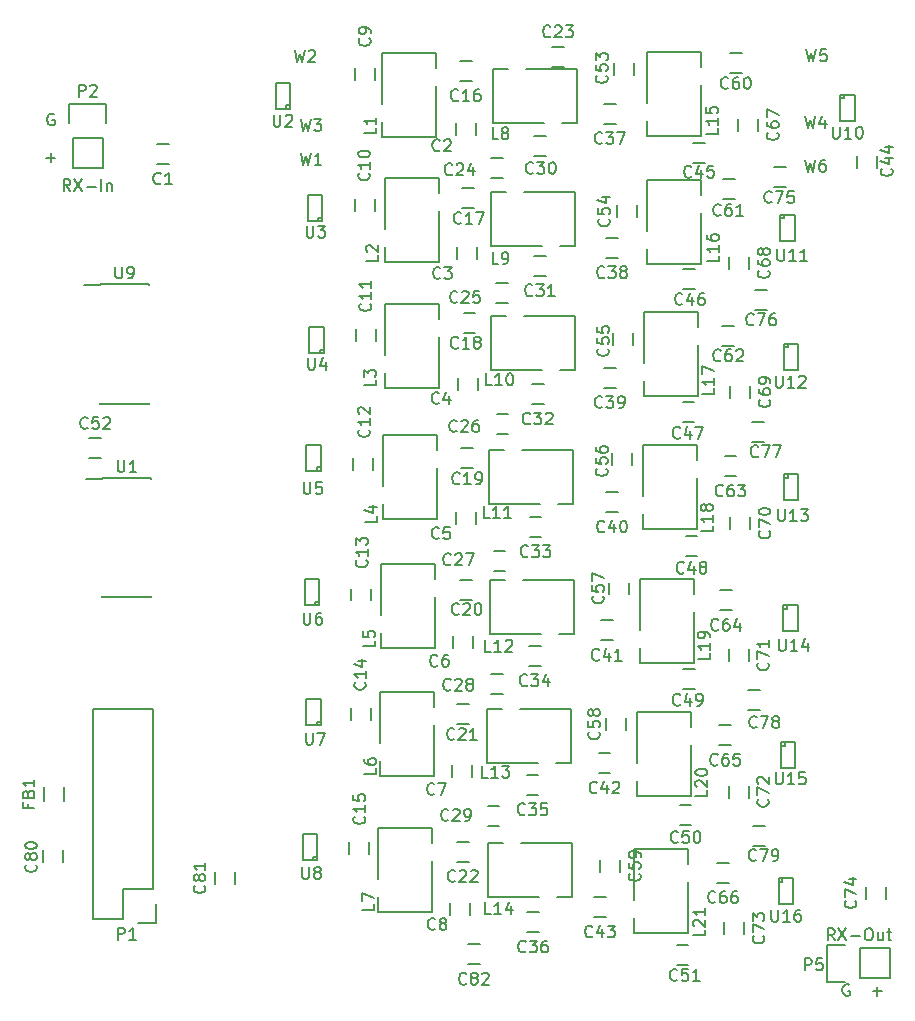
<source format=gto>
G04 #@! TF.FileFunction,Legend,Top*
%FSLAX46Y46*%
G04 Gerber Fmt 4.6, Leading zero omitted, Abs format (unit mm)*
G04 Created by KiCad (PCBNEW 4.0.1-stable) date 12/03/2016 13:44:48*
%MOMM*%
G01*
G04 APERTURE LIST*
%ADD10C,0.100000*%
%ADD11C,0.150000*%
G04 APERTURE END LIST*
D10*
D11*
X180300453Y-131834000D02*
X180205215Y-131786381D01*
X180062358Y-131786381D01*
X179919500Y-131834000D01*
X179824262Y-131929238D01*
X179776643Y-132024476D01*
X179729024Y-132214952D01*
X179729024Y-132357810D01*
X179776643Y-132548286D01*
X179824262Y-132643524D01*
X179919500Y-132738762D01*
X180062358Y-132786381D01*
X180157596Y-132786381D01*
X180300453Y-132738762D01*
X180348072Y-132691143D01*
X180348072Y-132357810D01*
X180157596Y-132357810D01*
X182300453Y-132405429D02*
X183062358Y-132405429D01*
X182681406Y-132786381D02*
X182681406Y-132024476D01*
X179054381Y-128087381D02*
X178721047Y-127611190D01*
X178482952Y-128087381D02*
X178482952Y-127087381D01*
X178863905Y-127087381D01*
X178959143Y-127135000D01*
X179006762Y-127182619D01*
X179054381Y-127277857D01*
X179054381Y-127420714D01*
X179006762Y-127515952D01*
X178959143Y-127563571D01*
X178863905Y-127611190D01*
X178482952Y-127611190D01*
X179387714Y-127087381D02*
X180054381Y-128087381D01*
X180054381Y-127087381D02*
X179387714Y-128087381D01*
X180435333Y-127706429D02*
X181197238Y-127706429D01*
X181863904Y-127087381D02*
X182054381Y-127087381D01*
X182149619Y-127135000D01*
X182244857Y-127230238D01*
X182292476Y-127420714D01*
X182292476Y-127754048D01*
X182244857Y-127944524D01*
X182149619Y-128039762D01*
X182054381Y-128087381D01*
X181863904Y-128087381D01*
X181768666Y-128039762D01*
X181673428Y-127944524D01*
X181625809Y-127754048D01*
X181625809Y-127420714D01*
X181673428Y-127230238D01*
X181768666Y-127135000D01*
X181863904Y-127087381D01*
X183149619Y-127420714D02*
X183149619Y-128087381D01*
X182721047Y-127420714D02*
X182721047Y-127944524D01*
X182768666Y-128039762D01*
X182863904Y-128087381D01*
X183006762Y-128087381D01*
X183102000Y-128039762D01*
X183149619Y-127992143D01*
X183482952Y-127420714D02*
X183863904Y-127420714D01*
X183625809Y-127087381D02*
X183625809Y-127944524D01*
X183673428Y-128039762D01*
X183768666Y-128087381D01*
X183863904Y-128087381D01*
X112974405Y-58148000D02*
X112879167Y-58100381D01*
X112736310Y-58100381D01*
X112593452Y-58148000D01*
X112498214Y-58243238D01*
X112450595Y-58338476D01*
X112402976Y-58528952D01*
X112402976Y-58671810D01*
X112450595Y-58862286D01*
X112498214Y-58957524D01*
X112593452Y-59052762D01*
X112736310Y-59100381D01*
X112831548Y-59100381D01*
X112974405Y-59052762D01*
X113022024Y-59005143D01*
X113022024Y-58671810D01*
X112831548Y-58671810D01*
X112331548Y-61819429D02*
X113093453Y-61819429D01*
X112712501Y-62200381D02*
X112712501Y-61438476D01*
X114347810Y-64650881D02*
X114014476Y-64174690D01*
X113776381Y-64650881D02*
X113776381Y-63650881D01*
X114157334Y-63650881D01*
X114252572Y-63698500D01*
X114300191Y-63746119D01*
X114347810Y-63841357D01*
X114347810Y-63984214D01*
X114300191Y-64079452D01*
X114252572Y-64127071D01*
X114157334Y-64174690D01*
X113776381Y-64174690D01*
X114681143Y-63650881D02*
X115347810Y-64650881D01*
X115347810Y-63650881D02*
X114681143Y-64650881D01*
X115728762Y-64269929D02*
X116490667Y-64269929D01*
X116966857Y-64650881D02*
X116966857Y-63650881D01*
X117443047Y-63984214D02*
X117443047Y-64650881D01*
X117443047Y-64079452D02*
X117490666Y-64031833D01*
X117585904Y-63984214D01*
X117728762Y-63984214D01*
X117824000Y-64031833D01*
X117871619Y-64127071D01*
X117871619Y-64650881D01*
X121674000Y-62381500D02*
X122674000Y-62381500D01*
X122674000Y-60681500D02*
X121674000Y-60681500D01*
X148678000Y-59872500D02*
X148678000Y-58872500D01*
X146978000Y-58872500D02*
X146978000Y-59872500D01*
X148805000Y-70413500D02*
X148805000Y-69413500D01*
X147105000Y-69413500D02*
X147105000Y-70413500D01*
X148868500Y-81462500D02*
X148868500Y-80462500D01*
X147168500Y-80462500D02*
X147168500Y-81462500D01*
X148678000Y-92829000D02*
X148678000Y-91829000D01*
X146978000Y-91829000D02*
X146978000Y-92829000D01*
X148424000Y-103306500D02*
X148424000Y-102306500D01*
X146724000Y-102306500D02*
X146724000Y-103306500D01*
X148360500Y-114228500D02*
X148360500Y-113228500D01*
X146660500Y-113228500D02*
X146660500Y-114228500D01*
X148233500Y-125912500D02*
X148233500Y-124912500D01*
X146533500Y-124912500D02*
X146533500Y-125912500D01*
X140169000Y-55237000D02*
X140169000Y-54237000D01*
X138469000Y-54237000D02*
X138469000Y-55237000D01*
X140169000Y-66349500D02*
X140169000Y-65349500D01*
X138469000Y-65349500D02*
X138469000Y-66349500D01*
X140232500Y-77335000D02*
X140232500Y-76335000D01*
X138532500Y-76335000D02*
X138532500Y-77335000D01*
X139978500Y-88257000D02*
X139978500Y-87257000D01*
X138278500Y-87257000D02*
X138278500Y-88257000D01*
X139788000Y-99306000D02*
X139788000Y-98306000D01*
X138088000Y-98306000D02*
X138088000Y-99306000D01*
X139788000Y-109402500D02*
X139788000Y-108402500D01*
X138088000Y-108402500D02*
X138088000Y-109402500D01*
X139661000Y-120769000D02*
X139661000Y-119769000D01*
X137961000Y-119769000D02*
X137961000Y-120769000D01*
X147328000Y-55333000D02*
X148328000Y-55333000D01*
X148328000Y-53633000D02*
X147328000Y-53633000D01*
X147518500Y-66128000D02*
X148518500Y-66128000D01*
X148518500Y-64428000D02*
X147518500Y-64428000D01*
X147645500Y-76669000D02*
X148645500Y-76669000D01*
X148645500Y-74969000D02*
X147645500Y-74969000D01*
X147455000Y-88099000D02*
X148455000Y-88099000D01*
X148455000Y-86399000D02*
X147455000Y-86399000D01*
X147328000Y-99275000D02*
X148328000Y-99275000D01*
X148328000Y-97575000D02*
X147328000Y-97575000D01*
X147074000Y-109752500D02*
X148074000Y-109752500D01*
X148074000Y-108052500D02*
X147074000Y-108052500D01*
X147074000Y-121436500D02*
X148074000Y-121436500D01*
X148074000Y-119736500D02*
X147074000Y-119736500D01*
X156138500Y-52426500D02*
X155138500Y-52426500D01*
X155138500Y-54126500D02*
X156138500Y-54126500D01*
X149995000Y-63588000D02*
X150995000Y-63588000D01*
X150995000Y-61888000D02*
X149995000Y-61888000D01*
X150376000Y-74129000D02*
X151376000Y-74129000D01*
X151376000Y-72429000D02*
X150376000Y-72429000D01*
X150439500Y-85241500D02*
X151439500Y-85241500D01*
X151439500Y-83541500D02*
X150439500Y-83541500D01*
X150185500Y-96798500D02*
X151185500Y-96798500D01*
X151185500Y-95098500D02*
X150185500Y-95098500D01*
X149995000Y-107276000D02*
X150995000Y-107276000D01*
X150995000Y-105576000D02*
X149995000Y-105576000D01*
X149677500Y-118388500D02*
X150677500Y-118388500D01*
X150677500Y-116688500D02*
X149677500Y-116688500D01*
X153614500Y-61683000D02*
X154614500Y-61683000D01*
X154614500Y-59983000D02*
X153614500Y-59983000D01*
X153614500Y-71843000D02*
X154614500Y-71843000D01*
X154614500Y-70143000D02*
X153614500Y-70143000D01*
X153424000Y-82701500D02*
X154424000Y-82701500D01*
X154424000Y-81001500D02*
X153424000Y-81001500D01*
X153233500Y-93941000D02*
X154233500Y-93941000D01*
X154233500Y-92241000D02*
X153233500Y-92241000D01*
X153170000Y-104863000D02*
X154170000Y-104863000D01*
X154170000Y-103163000D02*
X153170000Y-103163000D01*
X152979500Y-115785000D02*
X153979500Y-115785000D01*
X153979500Y-114085000D02*
X152979500Y-114085000D01*
X153043000Y-127405500D02*
X154043000Y-127405500D01*
X154043000Y-125705500D02*
X153043000Y-125705500D01*
X159520000Y-58952500D02*
X160520000Y-58952500D01*
X160520000Y-57252500D02*
X159520000Y-57252500D01*
X159710500Y-70319000D02*
X160710500Y-70319000D01*
X160710500Y-68619000D02*
X159710500Y-68619000D01*
X159520000Y-81304500D02*
X160520000Y-81304500D01*
X160520000Y-79604500D02*
X159520000Y-79604500D01*
X159710500Y-91845500D02*
X160710500Y-91845500D01*
X160710500Y-90145500D02*
X159710500Y-90145500D01*
X159266000Y-102704000D02*
X160266000Y-102704000D01*
X160266000Y-101004000D02*
X159266000Y-101004000D01*
X159075500Y-113943500D02*
X160075500Y-113943500D01*
X160075500Y-112243500D02*
X159075500Y-112243500D01*
X158694500Y-126135500D02*
X159694500Y-126135500D01*
X159694500Y-124435500D02*
X158694500Y-124435500D01*
X180950500Y-61666500D02*
X180950500Y-62666500D01*
X182650500Y-62666500D02*
X182650500Y-61666500D01*
X168076500Y-60554500D02*
X167076500Y-60554500D01*
X167076500Y-62254500D02*
X168076500Y-62254500D01*
X167251000Y-71286000D02*
X166251000Y-71286000D01*
X166251000Y-72986000D02*
X167251000Y-72986000D01*
X167187500Y-82525500D02*
X166187500Y-82525500D01*
X166187500Y-84225500D02*
X167187500Y-84225500D01*
X167441500Y-93828500D02*
X166441500Y-93828500D01*
X166441500Y-95528500D02*
X167441500Y-95528500D01*
X167251000Y-105131500D02*
X166251000Y-105131500D01*
X166251000Y-106831500D02*
X167251000Y-106831500D01*
X166933500Y-116625000D02*
X165933500Y-116625000D01*
X165933500Y-118325000D02*
X166933500Y-118325000D01*
X166679500Y-128499500D02*
X165679500Y-128499500D01*
X165679500Y-130199500D02*
X166679500Y-130199500D01*
X116959000Y-85573500D02*
X115959000Y-85573500D01*
X115959000Y-87273500D02*
X116959000Y-87273500D01*
X162076500Y-54792500D02*
X162076500Y-53792500D01*
X160376500Y-53792500D02*
X160376500Y-54792500D01*
X162330500Y-66857500D02*
X162330500Y-65857500D01*
X160630500Y-65857500D02*
X160630500Y-66857500D01*
X162013000Y-77652500D02*
X162013000Y-76652500D01*
X160313000Y-76652500D02*
X160313000Y-77652500D01*
X161949500Y-87812500D02*
X161949500Y-86812500D01*
X160249500Y-86812500D02*
X160249500Y-87812500D01*
X161695500Y-98798000D02*
X161695500Y-97798000D01*
X159995500Y-97798000D02*
X159995500Y-98798000D01*
X161441500Y-110291500D02*
X161441500Y-109291500D01*
X159741500Y-109291500D02*
X159741500Y-110291500D01*
X160933500Y-122293000D02*
X160933500Y-121293000D01*
X159233500Y-121293000D02*
X159233500Y-122293000D01*
X170188000Y-54634500D02*
X171188000Y-54634500D01*
X171188000Y-52934500D02*
X170188000Y-52934500D01*
X169616500Y-65366000D02*
X170616500Y-65366000D01*
X170616500Y-63666000D02*
X169616500Y-63666000D01*
X169553000Y-77748500D02*
X170553000Y-77748500D01*
X170553000Y-76048500D02*
X169553000Y-76048500D01*
X169743500Y-88797500D02*
X170743500Y-88797500D01*
X170743500Y-87097500D02*
X169743500Y-87097500D01*
X169362500Y-100164000D02*
X170362500Y-100164000D01*
X170362500Y-98464000D02*
X169362500Y-98464000D01*
X169299000Y-111594000D02*
X170299000Y-111594000D01*
X170299000Y-109894000D02*
X169299000Y-109894000D01*
X169108500Y-123214500D02*
X170108500Y-123214500D01*
X170108500Y-121514500D02*
X169108500Y-121514500D01*
X172617500Y-59555000D02*
X172617500Y-58555000D01*
X170917500Y-58555000D02*
X170917500Y-59555000D01*
X171855500Y-71239000D02*
X171855500Y-70239000D01*
X170155500Y-70239000D02*
X170155500Y-71239000D01*
X171919000Y-82161000D02*
X171919000Y-81161000D01*
X170219000Y-81161000D02*
X170219000Y-82161000D01*
X171919000Y-93273500D02*
X171919000Y-92273500D01*
X170219000Y-92273500D02*
X170219000Y-93273500D01*
X171792000Y-104449500D02*
X171792000Y-103449500D01*
X170092000Y-103449500D02*
X170092000Y-104449500D01*
X171792000Y-116006500D02*
X171792000Y-115006500D01*
X170092000Y-115006500D02*
X170092000Y-116006500D01*
X171411000Y-127563500D02*
X171411000Y-126563500D01*
X169711000Y-126563500D02*
X169711000Y-127563500D01*
X181712500Y-123579000D02*
X181712500Y-124579000D01*
X183412500Y-124579000D02*
X183412500Y-123579000D01*
X174934500Y-62650000D02*
X173934500Y-62650000D01*
X173934500Y-64350000D02*
X174934500Y-64350000D01*
X173347000Y-73064000D02*
X172347000Y-73064000D01*
X172347000Y-74764000D02*
X173347000Y-74764000D01*
X173093000Y-84240000D02*
X172093000Y-84240000D01*
X172093000Y-85940000D02*
X173093000Y-85940000D01*
X172712000Y-106909500D02*
X171712000Y-106909500D01*
X171712000Y-108609500D02*
X172712000Y-108609500D01*
X173156500Y-118403000D02*
X172156500Y-118403000D01*
X172156500Y-120103000D02*
X173156500Y-120103000D01*
X113753000Y-121467500D02*
X113753000Y-120467500D01*
X112053000Y-120467500D02*
X112053000Y-121467500D01*
X126594500Y-122309000D02*
X126594500Y-123309000D01*
X128294500Y-123309000D02*
X128294500Y-122309000D01*
X148026500Y-130136000D02*
X149026500Y-130136000D01*
X149026500Y-128436000D02*
X148026500Y-128436000D01*
X117094000Y-60134500D02*
X117094000Y-62674500D01*
X117374000Y-57314500D02*
X117374000Y-58864500D01*
X117094000Y-60134500D02*
X114554000Y-60134500D01*
X114274000Y-58864500D02*
X114274000Y-57314500D01*
X114274000Y-57314500D02*
X117374000Y-57314500D01*
X114554000Y-60134500D02*
X114554000Y-62674500D01*
X114554000Y-62674500D02*
X117094000Y-62674500D01*
X181229000Y-128778000D02*
X183769000Y-128778000D01*
X178409000Y-128498000D02*
X179959000Y-128498000D01*
X181229000Y-128778000D02*
X181229000Y-131318000D01*
X179959000Y-131598000D02*
X178409000Y-131598000D01*
X178409000Y-131598000D02*
X178409000Y-128498000D01*
X181229000Y-131318000D02*
X183769000Y-131318000D01*
X183769000Y-131318000D02*
X183769000Y-128778000D01*
X117051000Y-88905000D02*
X117051000Y-89010000D01*
X121201000Y-88905000D02*
X121201000Y-89010000D01*
X121201000Y-99055000D02*
X121201000Y-98950000D01*
X117051000Y-99055000D02*
X117051000Y-98950000D01*
X117051000Y-88905000D02*
X121201000Y-88905000D01*
X117051000Y-99055000D02*
X121201000Y-99055000D01*
X117051000Y-89010000D02*
X115676000Y-89010000D01*
X132634000Y-57678500D02*
X132634000Y-57378500D01*
X132634000Y-57378500D02*
X132934000Y-57378500D01*
X132934000Y-55478500D02*
X131734000Y-55478500D01*
X131734000Y-57678500D02*
X132934000Y-57678500D01*
X132934000Y-57678500D02*
X132934000Y-55478500D01*
X131734000Y-55478500D02*
X131734000Y-57678500D01*
X135364500Y-67203500D02*
X135364500Y-66903500D01*
X135364500Y-66903500D02*
X135664500Y-66903500D01*
X135664500Y-65003500D02*
X134464500Y-65003500D01*
X134464500Y-67203500D02*
X135664500Y-67203500D01*
X135664500Y-67203500D02*
X135664500Y-65003500D01*
X134464500Y-65003500D02*
X134464500Y-67203500D01*
X135491500Y-78379500D02*
X135491500Y-78079500D01*
X135491500Y-78079500D02*
X135791500Y-78079500D01*
X135791500Y-76179500D02*
X134591500Y-76179500D01*
X134591500Y-78379500D02*
X135791500Y-78379500D01*
X135791500Y-78379500D02*
X135791500Y-76179500D01*
X134591500Y-76179500D02*
X134591500Y-78379500D01*
X135237500Y-88349000D02*
X135237500Y-88049000D01*
X135237500Y-88049000D02*
X135537500Y-88049000D01*
X135537500Y-86149000D02*
X134337500Y-86149000D01*
X134337500Y-88349000D02*
X135537500Y-88349000D01*
X135537500Y-88349000D02*
X135537500Y-86149000D01*
X134337500Y-86149000D02*
X134337500Y-88349000D01*
X135110500Y-99715500D02*
X135110500Y-99415500D01*
X135110500Y-99415500D02*
X135410500Y-99415500D01*
X135410500Y-97515500D02*
X134210500Y-97515500D01*
X134210500Y-99715500D02*
X135410500Y-99715500D01*
X135410500Y-99715500D02*
X135410500Y-97515500D01*
X134210500Y-97515500D02*
X134210500Y-99715500D01*
X135237500Y-109875500D02*
X135237500Y-109575500D01*
X135237500Y-109575500D02*
X135537500Y-109575500D01*
X135537500Y-107675500D02*
X134337500Y-107675500D01*
X134337500Y-109875500D02*
X135537500Y-109875500D01*
X135537500Y-109875500D02*
X135537500Y-107675500D01*
X134337500Y-107675500D02*
X134337500Y-109875500D01*
X134920000Y-121305500D02*
X134920000Y-121005500D01*
X134920000Y-121005500D02*
X135220000Y-121005500D01*
X135220000Y-119105500D02*
X134020000Y-119105500D01*
X134020000Y-121305500D02*
X135220000Y-121305500D01*
X135220000Y-121305500D02*
X135220000Y-119105500D01*
X134020000Y-119105500D02*
X134020000Y-121305500D01*
X116860500Y-72522000D02*
X116860500Y-72627000D01*
X121010500Y-72522000D02*
X121010500Y-72627000D01*
X121010500Y-82672000D02*
X121010500Y-82567000D01*
X116860500Y-82672000D02*
X116860500Y-82567000D01*
X116860500Y-72522000D02*
X121010500Y-72522000D01*
X116860500Y-82672000D02*
X121010500Y-82672000D01*
X116860500Y-72627000D02*
X115485500Y-72627000D01*
X179849500Y-56494500D02*
X179849500Y-56794500D01*
X179849500Y-56794500D02*
X179549500Y-56794500D01*
X179549500Y-58694500D02*
X180749500Y-58694500D01*
X180749500Y-56494500D02*
X179549500Y-56494500D01*
X179549500Y-56494500D02*
X179549500Y-58694500D01*
X180749500Y-58694500D02*
X180749500Y-56494500D01*
X174769500Y-66654500D02*
X174769500Y-66954500D01*
X174769500Y-66954500D02*
X174469500Y-66954500D01*
X174469500Y-68854500D02*
X175669500Y-68854500D01*
X175669500Y-66654500D02*
X174469500Y-66654500D01*
X174469500Y-66654500D02*
X174469500Y-68854500D01*
X175669500Y-68854500D02*
X175669500Y-66654500D01*
X175087000Y-77576500D02*
X175087000Y-77876500D01*
X175087000Y-77876500D02*
X174787000Y-77876500D01*
X174787000Y-79776500D02*
X175987000Y-79776500D01*
X175987000Y-77576500D02*
X174787000Y-77576500D01*
X174787000Y-77576500D02*
X174787000Y-79776500D01*
X175987000Y-79776500D02*
X175987000Y-77576500D01*
X175087000Y-88625500D02*
X175087000Y-88925500D01*
X175087000Y-88925500D02*
X174787000Y-88925500D01*
X174787000Y-90825500D02*
X175987000Y-90825500D01*
X175987000Y-88625500D02*
X174787000Y-88625500D01*
X174787000Y-88625500D02*
X174787000Y-90825500D01*
X175987000Y-90825500D02*
X175987000Y-88625500D01*
X175023500Y-99738000D02*
X175023500Y-100038000D01*
X175023500Y-100038000D02*
X174723500Y-100038000D01*
X174723500Y-101938000D02*
X175923500Y-101938000D01*
X175923500Y-99738000D02*
X174723500Y-99738000D01*
X174723500Y-99738000D02*
X174723500Y-101938000D01*
X175923500Y-101938000D02*
X175923500Y-99738000D01*
X174833000Y-111295000D02*
X174833000Y-111595000D01*
X174833000Y-111595000D02*
X174533000Y-111595000D01*
X174533000Y-113495000D02*
X175733000Y-113495000D01*
X175733000Y-111295000D02*
X174533000Y-111295000D01*
X174533000Y-111295000D02*
X174533000Y-113495000D01*
X175733000Y-113495000D02*
X175733000Y-111295000D01*
X174642500Y-122852000D02*
X174642500Y-123152000D01*
X174642500Y-123152000D02*
X174342500Y-123152000D01*
X174342500Y-125052000D02*
X175542500Y-125052000D01*
X175542500Y-122852000D02*
X174342500Y-122852000D01*
X174342500Y-122852000D02*
X174342500Y-125052000D01*
X175542500Y-125052000D02*
X175542500Y-122852000D01*
X116268500Y-108521500D02*
X116268500Y-126301500D01*
X121348500Y-123761500D02*
X121348500Y-108521500D01*
X116268500Y-108521500D02*
X121348500Y-108521500D01*
X116268500Y-126301500D02*
X118808500Y-126301500D01*
X120078500Y-126581500D02*
X121628500Y-126581500D01*
X118808500Y-126301500D02*
X118808500Y-123761500D01*
X118808500Y-123761500D02*
X121348500Y-123761500D01*
X121628500Y-126581500D02*
X121628500Y-125031500D01*
X113841500Y-115097000D02*
X113841500Y-116297000D01*
X112091500Y-116297000D02*
X112091500Y-115097000D01*
X145351500Y-54229000D02*
X145351500Y-52959000D01*
X145351500Y-52959000D02*
X140779500Y-52959000D01*
X140779500Y-52959000D02*
X140779500Y-57277000D01*
X140779500Y-58801000D02*
X140779500Y-60071000D01*
X140779500Y-60071000D02*
X145351500Y-60071000D01*
X145351500Y-60071000D02*
X145351500Y-55753000D01*
X145542000Y-64833500D02*
X145542000Y-63563500D01*
X145542000Y-63563500D02*
X140970000Y-63563500D01*
X140970000Y-63563500D02*
X140970000Y-67881500D01*
X140970000Y-69405500D02*
X140970000Y-70675500D01*
X140970000Y-70675500D02*
X145542000Y-70675500D01*
X145542000Y-70675500D02*
X145542000Y-66357500D01*
X145542000Y-75501500D02*
X145542000Y-74231500D01*
X145542000Y-74231500D02*
X140970000Y-74231500D01*
X140970000Y-74231500D02*
X140970000Y-78549500D01*
X140970000Y-80073500D02*
X140970000Y-81343500D01*
X140970000Y-81343500D02*
X145542000Y-81343500D01*
X145542000Y-81343500D02*
X145542000Y-77025500D01*
X145415000Y-86550500D02*
X145415000Y-85280500D01*
X145415000Y-85280500D02*
X140843000Y-85280500D01*
X140843000Y-85280500D02*
X140843000Y-89598500D01*
X140843000Y-91122500D02*
X140843000Y-92392500D01*
X140843000Y-92392500D02*
X145415000Y-92392500D01*
X145415000Y-92392500D02*
X145415000Y-88074500D01*
X145224500Y-97536000D02*
X145224500Y-96266000D01*
X145224500Y-96266000D02*
X140652500Y-96266000D01*
X140652500Y-96266000D02*
X140652500Y-100584000D01*
X140652500Y-102108000D02*
X140652500Y-103378000D01*
X140652500Y-103378000D02*
X145224500Y-103378000D01*
X145224500Y-103378000D02*
X145224500Y-99060000D01*
X145161000Y-108331000D02*
X145161000Y-107061000D01*
X145161000Y-107061000D02*
X140589000Y-107061000D01*
X140589000Y-107061000D02*
X140589000Y-111379000D01*
X140589000Y-112903000D02*
X140589000Y-114173000D01*
X140589000Y-114173000D02*
X145161000Y-114173000D01*
X145161000Y-114173000D02*
X145161000Y-109855000D01*
X144970500Y-119824500D02*
X144970500Y-118554500D01*
X144970500Y-118554500D02*
X140398500Y-118554500D01*
X140398500Y-118554500D02*
X140398500Y-122872500D01*
X140398500Y-124396500D02*
X140398500Y-125666500D01*
X140398500Y-125666500D02*
X144970500Y-125666500D01*
X144970500Y-125666500D02*
X144970500Y-121348500D01*
X155956000Y-58864500D02*
X157226000Y-58864500D01*
X157226000Y-58864500D02*
X157226000Y-54292500D01*
X157226000Y-54292500D02*
X152908000Y-54292500D01*
X151384000Y-54292500D02*
X150114000Y-54292500D01*
X150114000Y-54292500D02*
X150114000Y-58864500D01*
X150114000Y-58864500D02*
X154432000Y-58864500D01*
X155829000Y-69278500D02*
X157099000Y-69278500D01*
X157099000Y-69278500D02*
X157099000Y-64706500D01*
X157099000Y-64706500D02*
X152781000Y-64706500D01*
X151257000Y-64706500D02*
X149987000Y-64706500D01*
X149987000Y-64706500D02*
X149987000Y-69278500D01*
X149987000Y-69278500D02*
X154305000Y-69278500D01*
X155829000Y-79819500D02*
X157099000Y-79819500D01*
X157099000Y-79819500D02*
X157099000Y-75247500D01*
X157099000Y-75247500D02*
X152781000Y-75247500D01*
X151257000Y-75247500D02*
X149987000Y-75247500D01*
X149987000Y-75247500D02*
X149987000Y-79819500D01*
X149987000Y-79819500D02*
X154305000Y-79819500D01*
X155638500Y-91186000D02*
X156908500Y-91186000D01*
X156908500Y-91186000D02*
X156908500Y-86614000D01*
X156908500Y-86614000D02*
X152590500Y-86614000D01*
X151066500Y-86614000D02*
X149796500Y-86614000D01*
X149796500Y-86614000D02*
X149796500Y-91186000D01*
X149796500Y-91186000D02*
X154114500Y-91186000D01*
X155702000Y-102171500D02*
X156972000Y-102171500D01*
X156972000Y-102171500D02*
X156972000Y-97599500D01*
X156972000Y-97599500D02*
X152654000Y-97599500D01*
X151130000Y-97599500D02*
X149860000Y-97599500D01*
X149860000Y-97599500D02*
X149860000Y-102171500D01*
X149860000Y-102171500D02*
X154178000Y-102171500D01*
X155448000Y-113093500D02*
X156718000Y-113093500D01*
X156718000Y-113093500D02*
X156718000Y-108521500D01*
X156718000Y-108521500D02*
X152400000Y-108521500D01*
X150876000Y-108521500D02*
X149606000Y-108521500D01*
X149606000Y-108521500D02*
X149606000Y-113093500D01*
X149606000Y-113093500D02*
X153924000Y-113093500D01*
X155575000Y-124396500D02*
X156845000Y-124396500D01*
X156845000Y-124396500D02*
X156845000Y-119824500D01*
X156845000Y-119824500D02*
X152527000Y-119824500D01*
X151003000Y-119824500D02*
X149733000Y-119824500D01*
X149733000Y-119824500D02*
X149733000Y-124396500D01*
X149733000Y-124396500D02*
X154051000Y-124396500D01*
X167767000Y-54165500D02*
X167767000Y-52895500D01*
X167767000Y-52895500D02*
X163195000Y-52895500D01*
X163195000Y-52895500D02*
X163195000Y-57213500D01*
X163195000Y-58737500D02*
X163195000Y-60007500D01*
X163195000Y-60007500D02*
X167767000Y-60007500D01*
X167767000Y-60007500D02*
X167767000Y-55689500D01*
X167767000Y-64960500D02*
X167767000Y-63690500D01*
X167767000Y-63690500D02*
X163195000Y-63690500D01*
X163195000Y-63690500D02*
X163195000Y-68008500D01*
X163195000Y-69532500D02*
X163195000Y-70802500D01*
X163195000Y-70802500D02*
X167767000Y-70802500D01*
X167767000Y-70802500D02*
X167767000Y-66484500D01*
X167513000Y-76136500D02*
X167513000Y-74866500D01*
X167513000Y-74866500D02*
X162941000Y-74866500D01*
X162941000Y-74866500D02*
X162941000Y-79184500D01*
X162941000Y-80708500D02*
X162941000Y-81978500D01*
X162941000Y-81978500D02*
X167513000Y-81978500D01*
X167513000Y-81978500D02*
X167513000Y-77660500D01*
X167449500Y-87439500D02*
X167449500Y-86169500D01*
X167449500Y-86169500D02*
X162877500Y-86169500D01*
X162877500Y-86169500D02*
X162877500Y-90487500D01*
X162877500Y-92011500D02*
X162877500Y-93281500D01*
X162877500Y-93281500D02*
X167449500Y-93281500D01*
X167449500Y-93281500D02*
X167449500Y-88963500D01*
X167132000Y-98742500D02*
X167132000Y-97472500D01*
X167132000Y-97472500D02*
X162560000Y-97472500D01*
X162560000Y-97472500D02*
X162560000Y-101790500D01*
X162560000Y-103314500D02*
X162560000Y-104584500D01*
X162560000Y-104584500D02*
X167132000Y-104584500D01*
X167132000Y-104584500D02*
X167132000Y-100266500D01*
X166941500Y-110045500D02*
X166941500Y-108775500D01*
X166941500Y-108775500D02*
X162369500Y-108775500D01*
X162369500Y-108775500D02*
X162369500Y-113093500D01*
X162369500Y-114617500D02*
X162369500Y-115887500D01*
X162369500Y-115887500D02*
X166941500Y-115887500D01*
X166941500Y-115887500D02*
X166941500Y-111569500D01*
X166687500Y-121666000D02*
X166687500Y-120396000D01*
X166687500Y-120396000D02*
X162115500Y-120396000D01*
X162115500Y-120396000D02*
X162115500Y-124714000D01*
X162115500Y-126238000D02*
X162115500Y-127508000D01*
X162115500Y-127508000D02*
X166687500Y-127508000D01*
X166687500Y-127508000D02*
X166687500Y-123190000D01*
X122007334Y-63988643D02*
X121959715Y-64036262D01*
X121816858Y-64083881D01*
X121721620Y-64083881D01*
X121578762Y-64036262D01*
X121483524Y-63941024D01*
X121435905Y-63845786D01*
X121388286Y-63655310D01*
X121388286Y-63512452D01*
X121435905Y-63321976D01*
X121483524Y-63226738D01*
X121578762Y-63131500D01*
X121721620Y-63083881D01*
X121816858Y-63083881D01*
X121959715Y-63131500D01*
X122007334Y-63179119D01*
X122959715Y-64083881D02*
X122388286Y-64083881D01*
X122674000Y-64083881D02*
X122674000Y-63083881D01*
X122578762Y-63226738D01*
X122483524Y-63321976D01*
X122388286Y-63369595D01*
X145629334Y-61190143D02*
X145581715Y-61237762D01*
X145438858Y-61285381D01*
X145343620Y-61285381D01*
X145200762Y-61237762D01*
X145105524Y-61142524D01*
X145057905Y-61047286D01*
X145010286Y-60856810D01*
X145010286Y-60713952D01*
X145057905Y-60523476D01*
X145105524Y-60428238D01*
X145200762Y-60333000D01*
X145343620Y-60285381D01*
X145438858Y-60285381D01*
X145581715Y-60333000D01*
X145629334Y-60380619D01*
X146010286Y-60380619D02*
X146057905Y-60333000D01*
X146153143Y-60285381D01*
X146391239Y-60285381D01*
X146486477Y-60333000D01*
X146534096Y-60380619D01*
X146581715Y-60475857D01*
X146581715Y-60571095D01*
X146534096Y-60713952D01*
X145962667Y-61285381D01*
X146581715Y-61285381D01*
X145692834Y-71985143D02*
X145645215Y-72032762D01*
X145502358Y-72080381D01*
X145407120Y-72080381D01*
X145264262Y-72032762D01*
X145169024Y-71937524D01*
X145121405Y-71842286D01*
X145073786Y-71651810D01*
X145073786Y-71508952D01*
X145121405Y-71318476D01*
X145169024Y-71223238D01*
X145264262Y-71128000D01*
X145407120Y-71080381D01*
X145502358Y-71080381D01*
X145645215Y-71128000D01*
X145692834Y-71175619D01*
X146026167Y-71080381D02*
X146645215Y-71080381D01*
X146311881Y-71461333D01*
X146454739Y-71461333D01*
X146549977Y-71508952D01*
X146597596Y-71556571D01*
X146645215Y-71651810D01*
X146645215Y-71889905D01*
X146597596Y-71985143D01*
X146549977Y-72032762D01*
X146454739Y-72080381D01*
X146169024Y-72080381D01*
X146073786Y-72032762D01*
X146026167Y-71985143D01*
X145565834Y-82589643D02*
X145518215Y-82637262D01*
X145375358Y-82684881D01*
X145280120Y-82684881D01*
X145137262Y-82637262D01*
X145042024Y-82542024D01*
X144994405Y-82446786D01*
X144946786Y-82256310D01*
X144946786Y-82113452D01*
X144994405Y-81922976D01*
X145042024Y-81827738D01*
X145137262Y-81732500D01*
X145280120Y-81684881D01*
X145375358Y-81684881D01*
X145518215Y-81732500D01*
X145565834Y-81780119D01*
X146422977Y-82018214D02*
X146422977Y-82684881D01*
X146184881Y-81637262D02*
X145946786Y-82351548D01*
X146565834Y-82351548D01*
X145565834Y-94019643D02*
X145518215Y-94067262D01*
X145375358Y-94114881D01*
X145280120Y-94114881D01*
X145137262Y-94067262D01*
X145042024Y-93972024D01*
X144994405Y-93876786D01*
X144946786Y-93686310D01*
X144946786Y-93543452D01*
X144994405Y-93352976D01*
X145042024Y-93257738D01*
X145137262Y-93162500D01*
X145280120Y-93114881D01*
X145375358Y-93114881D01*
X145518215Y-93162500D01*
X145565834Y-93210119D01*
X146470596Y-93114881D02*
X145994405Y-93114881D01*
X145946786Y-93591071D01*
X145994405Y-93543452D01*
X146089643Y-93495833D01*
X146327739Y-93495833D01*
X146422977Y-93543452D01*
X146470596Y-93591071D01*
X146518215Y-93686310D01*
X146518215Y-93924405D01*
X146470596Y-94019643D01*
X146422977Y-94067262D01*
X146327739Y-94114881D01*
X146089643Y-94114881D01*
X145994405Y-94067262D01*
X145946786Y-94019643D01*
X145438834Y-104814643D02*
X145391215Y-104862262D01*
X145248358Y-104909881D01*
X145153120Y-104909881D01*
X145010262Y-104862262D01*
X144915024Y-104767024D01*
X144867405Y-104671786D01*
X144819786Y-104481310D01*
X144819786Y-104338452D01*
X144867405Y-104147976D01*
X144915024Y-104052738D01*
X145010262Y-103957500D01*
X145153120Y-103909881D01*
X145248358Y-103909881D01*
X145391215Y-103957500D01*
X145438834Y-104005119D01*
X146295977Y-103909881D02*
X146105500Y-103909881D01*
X146010262Y-103957500D01*
X145962643Y-104005119D01*
X145867405Y-104147976D01*
X145819786Y-104338452D01*
X145819786Y-104719405D01*
X145867405Y-104814643D01*
X145915024Y-104862262D01*
X146010262Y-104909881D01*
X146200739Y-104909881D01*
X146295977Y-104862262D01*
X146343596Y-104814643D01*
X146391215Y-104719405D01*
X146391215Y-104481310D01*
X146343596Y-104386071D01*
X146295977Y-104338452D01*
X146200739Y-104290833D01*
X146010262Y-104290833D01*
X145915024Y-104338452D01*
X145867405Y-104386071D01*
X145819786Y-104481310D01*
X145184834Y-115673143D02*
X145137215Y-115720762D01*
X144994358Y-115768381D01*
X144899120Y-115768381D01*
X144756262Y-115720762D01*
X144661024Y-115625524D01*
X144613405Y-115530286D01*
X144565786Y-115339810D01*
X144565786Y-115196952D01*
X144613405Y-115006476D01*
X144661024Y-114911238D01*
X144756262Y-114816000D01*
X144899120Y-114768381D01*
X144994358Y-114768381D01*
X145137215Y-114816000D01*
X145184834Y-114863619D01*
X145518167Y-114768381D02*
X146184834Y-114768381D01*
X145756262Y-115768381D01*
X145248334Y-127103143D02*
X145200715Y-127150762D01*
X145057858Y-127198381D01*
X144962620Y-127198381D01*
X144819762Y-127150762D01*
X144724524Y-127055524D01*
X144676905Y-126960286D01*
X144629286Y-126769810D01*
X144629286Y-126626952D01*
X144676905Y-126436476D01*
X144724524Y-126341238D01*
X144819762Y-126246000D01*
X144962620Y-126198381D01*
X145057858Y-126198381D01*
X145200715Y-126246000D01*
X145248334Y-126293619D01*
X145819762Y-126626952D02*
X145724524Y-126579333D01*
X145676905Y-126531714D01*
X145629286Y-126436476D01*
X145629286Y-126388857D01*
X145676905Y-126293619D01*
X145724524Y-126246000D01*
X145819762Y-126198381D01*
X146010239Y-126198381D01*
X146105477Y-126246000D01*
X146153096Y-126293619D01*
X146200715Y-126388857D01*
X146200715Y-126436476D01*
X146153096Y-126531714D01*
X146105477Y-126579333D01*
X146010239Y-126626952D01*
X145819762Y-126626952D01*
X145724524Y-126674571D01*
X145676905Y-126722190D01*
X145629286Y-126817429D01*
X145629286Y-127007905D01*
X145676905Y-127103143D01*
X145724524Y-127150762D01*
X145819762Y-127198381D01*
X146010239Y-127198381D01*
X146105477Y-127150762D01*
X146153096Y-127103143D01*
X146200715Y-127007905D01*
X146200715Y-126817429D01*
X146153096Y-126722190D01*
X146105477Y-126674571D01*
X146010239Y-126626952D01*
X139676143Y-51728666D02*
X139723762Y-51776285D01*
X139771381Y-51919142D01*
X139771381Y-52014380D01*
X139723762Y-52157238D01*
X139628524Y-52252476D01*
X139533286Y-52300095D01*
X139342810Y-52347714D01*
X139199952Y-52347714D01*
X139009476Y-52300095D01*
X138914238Y-52252476D01*
X138819000Y-52157238D01*
X138771381Y-52014380D01*
X138771381Y-51919142D01*
X138819000Y-51776285D01*
X138866619Y-51728666D01*
X139771381Y-51252476D02*
X139771381Y-51062000D01*
X139723762Y-50966761D01*
X139676143Y-50919142D01*
X139533286Y-50823904D01*
X139342810Y-50776285D01*
X138961857Y-50776285D01*
X138866619Y-50823904D01*
X138819000Y-50871523D01*
X138771381Y-50966761D01*
X138771381Y-51157238D01*
X138819000Y-51252476D01*
X138866619Y-51300095D01*
X138961857Y-51347714D01*
X139199952Y-51347714D01*
X139295190Y-51300095D01*
X139342810Y-51252476D01*
X139390429Y-51157238D01*
X139390429Y-50966761D01*
X139342810Y-50871523D01*
X139295190Y-50823904D01*
X139199952Y-50776285D01*
X139612643Y-63126857D02*
X139660262Y-63174476D01*
X139707881Y-63317333D01*
X139707881Y-63412571D01*
X139660262Y-63555429D01*
X139565024Y-63650667D01*
X139469786Y-63698286D01*
X139279310Y-63745905D01*
X139136452Y-63745905D01*
X138945976Y-63698286D01*
X138850738Y-63650667D01*
X138755500Y-63555429D01*
X138707881Y-63412571D01*
X138707881Y-63317333D01*
X138755500Y-63174476D01*
X138803119Y-63126857D01*
X139707881Y-62174476D02*
X139707881Y-62745905D01*
X139707881Y-62460191D02*
X138707881Y-62460191D01*
X138850738Y-62555429D01*
X138945976Y-62650667D01*
X138993595Y-62745905D01*
X138707881Y-61555429D02*
X138707881Y-61460190D01*
X138755500Y-61364952D01*
X138803119Y-61317333D01*
X138898357Y-61269714D01*
X139088833Y-61222095D01*
X139326929Y-61222095D01*
X139517405Y-61269714D01*
X139612643Y-61317333D01*
X139660262Y-61364952D01*
X139707881Y-61460190D01*
X139707881Y-61555429D01*
X139660262Y-61650667D01*
X139612643Y-61698286D01*
X139517405Y-61745905D01*
X139326929Y-61793524D01*
X139088833Y-61793524D01*
X138898357Y-61745905D01*
X138803119Y-61698286D01*
X138755500Y-61650667D01*
X138707881Y-61555429D01*
X139739643Y-74175857D02*
X139787262Y-74223476D01*
X139834881Y-74366333D01*
X139834881Y-74461571D01*
X139787262Y-74604429D01*
X139692024Y-74699667D01*
X139596786Y-74747286D01*
X139406310Y-74794905D01*
X139263452Y-74794905D01*
X139072976Y-74747286D01*
X138977738Y-74699667D01*
X138882500Y-74604429D01*
X138834881Y-74461571D01*
X138834881Y-74366333D01*
X138882500Y-74223476D01*
X138930119Y-74175857D01*
X139834881Y-73223476D02*
X139834881Y-73794905D01*
X139834881Y-73509191D02*
X138834881Y-73509191D01*
X138977738Y-73604429D01*
X139072976Y-73699667D01*
X139120595Y-73794905D01*
X139834881Y-72271095D02*
X139834881Y-72842524D01*
X139834881Y-72556810D02*
X138834881Y-72556810D01*
X138977738Y-72652048D01*
X139072976Y-72747286D01*
X139120595Y-72842524D01*
X139612643Y-84843857D02*
X139660262Y-84891476D01*
X139707881Y-85034333D01*
X139707881Y-85129571D01*
X139660262Y-85272429D01*
X139565024Y-85367667D01*
X139469786Y-85415286D01*
X139279310Y-85462905D01*
X139136452Y-85462905D01*
X138945976Y-85415286D01*
X138850738Y-85367667D01*
X138755500Y-85272429D01*
X138707881Y-85129571D01*
X138707881Y-85034333D01*
X138755500Y-84891476D01*
X138803119Y-84843857D01*
X139707881Y-83891476D02*
X139707881Y-84462905D01*
X139707881Y-84177191D02*
X138707881Y-84177191D01*
X138850738Y-84272429D01*
X138945976Y-84367667D01*
X138993595Y-84462905D01*
X138803119Y-83510524D02*
X138755500Y-83462905D01*
X138707881Y-83367667D01*
X138707881Y-83129571D01*
X138755500Y-83034333D01*
X138803119Y-82986714D01*
X138898357Y-82939095D01*
X138993595Y-82939095D01*
X139136452Y-82986714D01*
X139707881Y-83558143D01*
X139707881Y-82939095D01*
X139422143Y-95892857D02*
X139469762Y-95940476D01*
X139517381Y-96083333D01*
X139517381Y-96178571D01*
X139469762Y-96321429D01*
X139374524Y-96416667D01*
X139279286Y-96464286D01*
X139088810Y-96511905D01*
X138945952Y-96511905D01*
X138755476Y-96464286D01*
X138660238Y-96416667D01*
X138565000Y-96321429D01*
X138517381Y-96178571D01*
X138517381Y-96083333D01*
X138565000Y-95940476D01*
X138612619Y-95892857D01*
X139517381Y-94940476D02*
X139517381Y-95511905D01*
X139517381Y-95226191D02*
X138517381Y-95226191D01*
X138660238Y-95321429D01*
X138755476Y-95416667D01*
X138803095Y-95511905D01*
X138517381Y-94607143D02*
X138517381Y-93988095D01*
X138898333Y-94321429D01*
X138898333Y-94178571D01*
X138945952Y-94083333D01*
X138993571Y-94035714D01*
X139088810Y-93988095D01*
X139326905Y-93988095D01*
X139422143Y-94035714D01*
X139469762Y-94083333D01*
X139517381Y-94178571D01*
X139517381Y-94464286D01*
X139469762Y-94559524D01*
X139422143Y-94607143D01*
X139295143Y-106243357D02*
X139342762Y-106290976D01*
X139390381Y-106433833D01*
X139390381Y-106529071D01*
X139342762Y-106671929D01*
X139247524Y-106767167D01*
X139152286Y-106814786D01*
X138961810Y-106862405D01*
X138818952Y-106862405D01*
X138628476Y-106814786D01*
X138533238Y-106767167D01*
X138438000Y-106671929D01*
X138390381Y-106529071D01*
X138390381Y-106433833D01*
X138438000Y-106290976D01*
X138485619Y-106243357D01*
X139390381Y-105290976D02*
X139390381Y-105862405D01*
X139390381Y-105576691D02*
X138390381Y-105576691D01*
X138533238Y-105671929D01*
X138628476Y-105767167D01*
X138676095Y-105862405D01*
X138723714Y-104433833D02*
X139390381Y-104433833D01*
X138342762Y-104671929D02*
X139057048Y-104910024D01*
X139057048Y-104290976D01*
X139231643Y-117609857D02*
X139279262Y-117657476D01*
X139326881Y-117800333D01*
X139326881Y-117895571D01*
X139279262Y-118038429D01*
X139184024Y-118133667D01*
X139088786Y-118181286D01*
X138898310Y-118228905D01*
X138755452Y-118228905D01*
X138564976Y-118181286D01*
X138469738Y-118133667D01*
X138374500Y-118038429D01*
X138326881Y-117895571D01*
X138326881Y-117800333D01*
X138374500Y-117657476D01*
X138422119Y-117609857D01*
X139326881Y-116657476D02*
X139326881Y-117228905D01*
X139326881Y-116943191D02*
X138326881Y-116943191D01*
X138469738Y-117038429D01*
X138564976Y-117133667D01*
X138612595Y-117228905D01*
X138326881Y-115752714D02*
X138326881Y-116228905D01*
X138803071Y-116276524D01*
X138755452Y-116228905D01*
X138707833Y-116133667D01*
X138707833Y-115895571D01*
X138755452Y-115800333D01*
X138803071Y-115752714D01*
X138898310Y-115705095D01*
X139136405Y-115705095D01*
X139231643Y-115752714D01*
X139279262Y-115800333D01*
X139326881Y-115895571D01*
X139326881Y-116133667D01*
X139279262Y-116228905D01*
X139231643Y-116276524D01*
X147185143Y-56940143D02*
X147137524Y-56987762D01*
X146994667Y-57035381D01*
X146899429Y-57035381D01*
X146756571Y-56987762D01*
X146661333Y-56892524D01*
X146613714Y-56797286D01*
X146566095Y-56606810D01*
X146566095Y-56463952D01*
X146613714Y-56273476D01*
X146661333Y-56178238D01*
X146756571Y-56083000D01*
X146899429Y-56035381D01*
X146994667Y-56035381D01*
X147137524Y-56083000D01*
X147185143Y-56130619D01*
X148137524Y-57035381D02*
X147566095Y-57035381D01*
X147851809Y-57035381D02*
X147851809Y-56035381D01*
X147756571Y-56178238D01*
X147661333Y-56273476D01*
X147566095Y-56321095D01*
X148994667Y-56035381D02*
X148804190Y-56035381D01*
X148708952Y-56083000D01*
X148661333Y-56130619D01*
X148566095Y-56273476D01*
X148518476Y-56463952D01*
X148518476Y-56844905D01*
X148566095Y-56940143D01*
X148613714Y-56987762D01*
X148708952Y-57035381D01*
X148899429Y-57035381D01*
X148994667Y-56987762D01*
X149042286Y-56940143D01*
X149089905Y-56844905D01*
X149089905Y-56606810D01*
X149042286Y-56511571D01*
X148994667Y-56463952D01*
X148899429Y-56416333D01*
X148708952Y-56416333D01*
X148613714Y-56463952D01*
X148566095Y-56511571D01*
X148518476Y-56606810D01*
X147439143Y-67349643D02*
X147391524Y-67397262D01*
X147248667Y-67444881D01*
X147153429Y-67444881D01*
X147010571Y-67397262D01*
X146915333Y-67302024D01*
X146867714Y-67206786D01*
X146820095Y-67016310D01*
X146820095Y-66873452D01*
X146867714Y-66682976D01*
X146915333Y-66587738D01*
X147010571Y-66492500D01*
X147153429Y-66444881D01*
X147248667Y-66444881D01*
X147391524Y-66492500D01*
X147439143Y-66540119D01*
X148391524Y-67444881D02*
X147820095Y-67444881D01*
X148105809Y-67444881D02*
X148105809Y-66444881D01*
X148010571Y-66587738D01*
X147915333Y-66682976D01*
X147820095Y-66730595D01*
X148724857Y-66444881D02*
X149391524Y-66444881D01*
X148962952Y-67444881D01*
X147185143Y-77890643D02*
X147137524Y-77938262D01*
X146994667Y-77985881D01*
X146899429Y-77985881D01*
X146756571Y-77938262D01*
X146661333Y-77843024D01*
X146613714Y-77747786D01*
X146566095Y-77557310D01*
X146566095Y-77414452D01*
X146613714Y-77223976D01*
X146661333Y-77128738D01*
X146756571Y-77033500D01*
X146899429Y-76985881D01*
X146994667Y-76985881D01*
X147137524Y-77033500D01*
X147185143Y-77081119D01*
X148137524Y-77985881D02*
X147566095Y-77985881D01*
X147851809Y-77985881D02*
X147851809Y-76985881D01*
X147756571Y-77128738D01*
X147661333Y-77223976D01*
X147566095Y-77271595D01*
X148708952Y-77414452D02*
X148613714Y-77366833D01*
X148566095Y-77319214D01*
X148518476Y-77223976D01*
X148518476Y-77176357D01*
X148566095Y-77081119D01*
X148613714Y-77033500D01*
X148708952Y-76985881D01*
X148899429Y-76985881D01*
X148994667Y-77033500D01*
X149042286Y-77081119D01*
X149089905Y-77176357D01*
X149089905Y-77223976D01*
X149042286Y-77319214D01*
X148994667Y-77366833D01*
X148899429Y-77414452D01*
X148708952Y-77414452D01*
X148613714Y-77462071D01*
X148566095Y-77509690D01*
X148518476Y-77604929D01*
X148518476Y-77795405D01*
X148566095Y-77890643D01*
X148613714Y-77938262D01*
X148708952Y-77985881D01*
X148899429Y-77985881D01*
X148994667Y-77938262D01*
X149042286Y-77890643D01*
X149089905Y-77795405D01*
X149089905Y-77604929D01*
X149042286Y-77509690D01*
X148994667Y-77462071D01*
X148899429Y-77414452D01*
X147312143Y-89384143D02*
X147264524Y-89431762D01*
X147121667Y-89479381D01*
X147026429Y-89479381D01*
X146883571Y-89431762D01*
X146788333Y-89336524D01*
X146740714Y-89241286D01*
X146693095Y-89050810D01*
X146693095Y-88907952D01*
X146740714Y-88717476D01*
X146788333Y-88622238D01*
X146883571Y-88527000D01*
X147026429Y-88479381D01*
X147121667Y-88479381D01*
X147264524Y-88527000D01*
X147312143Y-88574619D01*
X148264524Y-89479381D02*
X147693095Y-89479381D01*
X147978809Y-89479381D02*
X147978809Y-88479381D01*
X147883571Y-88622238D01*
X147788333Y-88717476D01*
X147693095Y-88765095D01*
X148740714Y-89479381D02*
X148931190Y-89479381D01*
X149026429Y-89431762D01*
X149074048Y-89384143D01*
X149169286Y-89241286D01*
X149216905Y-89050810D01*
X149216905Y-88669857D01*
X149169286Y-88574619D01*
X149121667Y-88527000D01*
X149026429Y-88479381D01*
X148835952Y-88479381D01*
X148740714Y-88527000D01*
X148693095Y-88574619D01*
X148645476Y-88669857D01*
X148645476Y-88907952D01*
X148693095Y-89003190D01*
X148740714Y-89050810D01*
X148835952Y-89098429D01*
X149026429Y-89098429D01*
X149121667Y-89050810D01*
X149169286Y-89003190D01*
X149216905Y-88907952D01*
X147248643Y-100433143D02*
X147201024Y-100480762D01*
X147058167Y-100528381D01*
X146962929Y-100528381D01*
X146820071Y-100480762D01*
X146724833Y-100385524D01*
X146677214Y-100290286D01*
X146629595Y-100099810D01*
X146629595Y-99956952D01*
X146677214Y-99766476D01*
X146724833Y-99671238D01*
X146820071Y-99576000D01*
X146962929Y-99528381D01*
X147058167Y-99528381D01*
X147201024Y-99576000D01*
X147248643Y-99623619D01*
X147629595Y-99623619D02*
X147677214Y-99576000D01*
X147772452Y-99528381D01*
X148010548Y-99528381D01*
X148105786Y-99576000D01*
X148153405Y-99623619D01*
X148201024Y-99718857D01*
X148201024Y-99814095D01*
X148153405Y-99956952D01*
X147581976Y-100528381D01*
X148201024Y-100528381D01*
X148820071Y-99528381D02*
X148915310Y-99528381D01*
X149010548Y-99576000D01*
X149058167Y-99623619D01*
X149105786Y-99718857D01*
X149153405Y-99909333D01*
X149153405Y-100147429D01*
X149105786Y-100337905D01*
X149058167Y-100433143D01*
X149010548Y-100480762D01*
X148915310Y-100528381D01*
X148820071Y-100528381D01*
X148724833Y-100480762D01*
X148677214Y-100433143D01*
X148629595Y-100337905D01*
X148581976Y-100147429D01*
X148581976Y-99909333D01*
X148629595Y-99718857D01*
X148677214Y-99623619D01*
X148724833Y-99576000D01*
X148820071Y-99528381D01*
X146867643Y-111037643D02*
X146820024Y-111085262D01*
X146677167Y-111132881D01*
X146581929Y-111132881D01*
X146439071Y-111085262D01*
X146343833Y-110990024D01*
X146296214Y-110894786D01*
X146248595Y-110704310D01*
X146248595Y-110561452D01*
X146296214Y-110370976D01*
X146343833Y-110275738D01*
X146439071Y-110180500D01*
X146581929Y-110132881D01*
X146677167Y-110132881D01*
X146820024Y-110180500D01*
X146867643Y-110228119D01*
X147248595Y-110228119D02*
X147296214Y-110180500D01*
X147391452Y-110132881D01*
X147629548Y-110132881D01*
X147724786Y-110180500D01*
X147772405Y-110228119D01*
X147820024Y-110323357D01*
X147820024Y-110418595D01*
X147772405Y-110561452D01*
X147200976Y-111132881D01*
X147820024Y-111132881D01*
X148772405Y-111132881D02*
X148200976Y-111132881D01*
X148486690Y-111132881D02*
X148486690Y-110132881D01*
X148391452Y-110275738D01*
X148296214Y-110370976D01*
X148200976Y-110418595D01*
X146931143Y-123043643D02*
X146883524Y-123091262D01*
X146740667Y-123138881D01*
X146645429Y-123138881D01*
X146502571Y-123091262D01*
X146407333Y-122996024D01*
X146359714Y-122900786D01*
X146312095Y-122710310D01*
X146312095Y-122567452D01*
X146359714Y-122376976D01*
X146407333Y-122281738D01*
X146502571Y-122186500D01*
X146645429Y-122138881D01*
X146740667Y-122138881D01*
X146883524Y-122186500D01*
X146931143Y-122234119D01*
X147312095Y-122234119D02*
X147359714Y-122186500D01*
X147454952Y-122138881D01*
X147693048Y-122138881D01*
X147788286Y-122186500D01*
X147835905Y-122234119D01*
X147883524Y-122329357D01*
X147883524Y-122424595D01*
X147835905Y-122567452D01*
X147264476Y-123138881D01*
X147883524Y-123138881D01*
X148264476Y-122234119D02*
X148312095Y-122186500D01*
X148407333Y-122138881D01*
X148645429Y-122138881D01*
X148740667Y-122186500D01*
X148788286Y-122234119D01*
X148835905Y-122329357D01*
X148835905Y-122424595D01*
X148788286Y-122567452D01*
X148216857Y-123138881D01*
X148835905Y-123138881D01*
X154995643Y-51533643D02*
X154948024Y-51581262D01*
X154805167Y-51628881D01*
X154709929Y-51628881D01*
X154567071Y-51581262D01*
X154471833Y-51486024D01*
X154424214Y-51390786D01*
X154376595Y-51200310D01*
X154376595Y-51057452D01*
X154424214Y-50866976D01*
X154471833Y-50771738D01*
X154567071Y-50676500D01*
X154709929Y-50628881D01*
X154805167Y-50628881D01*
X154948024Y-50676500D01*
X154995643Y-50724119D01*
X155376595Y-50724119D02*
X155424214Y-50676500D01*
X155519452Y-50628881D01*
X155757548Y-50628881D01*
X155852786Y-50676500D01*
X155900405Y-50724119D01*
X155948024Y-50819357D01*
X155948024Y-50914595D01*
X155900405Y-51057452D01*
X155328976Y-51628881D01*
X155948024Y-51628881D01*
X156281357Y-50628881D02*
X156900405Y-50628881D01*
X156567071Y-51009833D01*
X156709929Y-51009833D01*
X156805167Y-51057452D01*
X156852786Y-51105071D01*
X156900405Y-51200310D01*
X156900405Y-51438405D01*
X156852786Y-51533643D01*
X156805167Y-51581262D01*
X156709929Y-51628881D01*
X156424214Y-51628881D01*
X156328976Y-51581262D01*
X156281357Y-51533643D01*
X146677143Y-63222143D02*
X146629524Y-63269762D01*
X146486667Y-63317381D01*
X146391429Y-63317381D01*
X146248571Y-63269762D01*
X146153333Y-63174524D01*
X146105714Y-63079286D01*
X146058095Y-62888810D01*
X146058095Y-62745952D01*
X146105714Y-62555476D01*
X146153333Y-62460238D01*
X146248571Y-62365000D01*
X146391429Y-62317381D01*
X146486667Y-62317381D01*
X146629524Y-62365000D01*
X146677143Y-62412619D01*
X147058095Y-62412619D02*
X147105714Y-62365000D01*
X147200952Y-62317381D01*
X147439048Y-62317381D01*
X147534286Y-62365000D01*
X147581905Y-62412619D01*
X147629524Y-62507857D01*
X147629524Y-62603095D01*
X147581905Y-62745952D01*
X147010476Y-63317381D01*
X147629524Y-63317381D01*
X148486667Y-62650714D02*
X148486667Y-63317381D01*
X148248571Y-62269762D02*
X148010476Y-62984048D01*
X148629524Y-62984048D01*
X147121643Y-74017143D02*
X147074024Y-74064762D01*
X146931167Y-74112381D01*
X146835929Y-74112381D01*
X146693071Y-74064762D01*
X146597833Y-73969524D01*
X146550214Y-73874286D01*
X146502595Y-73683810D01*
X146502595Y-73540952D01*
X146550214Y-73350476D01*
X146597833Y-73255238D01*
X146693071Y-73160000D01*
X146835929Y-73112381D01*
X146931167Y-73112381D01*
X147074024Y-73160000D01*
X147121643Y-73207619D01*
X147502595Y-73207619D02*
X147550214Y-73160000D01*
X147645452Y-73112381D01*
X147883548Y-73112381D01*
X147978786Y-73160000D01*
X148026405Y-73207619D01*
X148074024Y-73302857D01*
X148074024Y-73398095D01*
X148026405Y-73540952D01*
X147454976Y-74112381D01*
X148074024Y-74112381D01*
X148978786Y-73112381D02*
X148502595Y-73112381D01*
X148454976Y-73588571D01*
X148502595Y-73540952D01*
X148597833Y-73493333D01*
X148835929Y-73493333D01*
X148931167Y-73540952D01*
X148978786Y-73588571D01*
X149026405Y-73683810D01*
X149026405Y-73921905D01*
X148978786Y-74017143D01*
X148931167Y-74064762D01*
X148835929Y-74112381D01*
X148597833Y-74112381D01*
X148502595Y-74064762D01*
X148454976Y-74017143D01*
X147058143Y-84939143D02*
X147010524Y-84986762D01*
X146867667Y-85034381D01*
X146772429Y-85034381D01*
X146629571Y-84986762D01*
X146534333Y-84891524D01*
X146486714Y-84796286D01*
X146439095Y-84605810D01*
X146439095Y-84462952D01*
X146486714Y-84272476D01*
X146534333Y-84177238D01*
X146629571Y-84082000D01*
X146772429Y-84034381D01*
X146867667Y-84034381D01*
X147010524Y-84082000D01*
X147058143Y-84129619D01*
X147439095Y-84129619D02*
X147486714Y-84082000D01*
X147581952Y-84034381D01*
X147820048Y-84034381D01*
X147915286Y-84082000D01*
X147962905Y-84129619D01*
X148010524Y-84224857D01*
X148010524Y-84320095D01*
X147962905Y-84462952D01*
X147391476Y-85034381D01*
X148010524Y-85034381D01*
X148867667Y-84034381D02*
X148677190Y-84034381D01*
X148581952Y-84082000D01*
X148534333Y-84129619D01*
X148439095Y-84272476D01*
X148391476Y-84462952D01*
X148391476Y-84843905D01*
X148439095Y-84939143D01*
X148486714Y-84986762D01*
X148581952Y-85034381D01*
X148772429Y-85034381D01*
X148867667Y-84986762D01*
X148915286Y-84939143D01*
X148962905Y-84843905D01*
X148962905Y-84605810D01*
X148915286Y-84510571D01*
X148867667Y-84462952D01*
X148772429Y-84415333D01*
X148581952Y-84415333D01*
X148486714Y-84462952D01*
X148439095Y-84510571D01*
X148391476Y-84605810D01*
X146550143Y-96242143D02*
X146502524Y-96289762D01*
X146359667Y-96337381D01*
X146264429Y-96337381D01*
X146121571Y-96289762D01*
X146026333Y-96194524D01*
X145978714Y-96099286D01*
X145931095Y-95908810D01*
X145931095Y-95765952D01*
X145978714Y-95575476D01*
X146026333Y-95480238D01*
X146121571Y-95385000D01*
X146264429Y-95337381D01*
X146359667Y-95337381D01*
X146502524Y-95385000D01*
X146550143Y-95432619D01*
X146931095Y-95432619D02*
X146978714Y-95385000D01*
X147073952Y-95337381D01*
X147312048Y-95337381D01*
X147407286Y-95385000D01*
X147454905Y-95432619D01*
X147502524Y-95527857D01*
X147502524Y-95623095D01*
X147454905Y-95765952D01*
X146883476Y-96337381D01*
X147502524Y-96337381D01*
X147835857Y-95337381D02*
X148502524Y-95337381D01*
X148073952Y-96337381D01*
X146550143Y-106846643D02*
X146502524Y-106894262D01*
X146359667Y-106941881D01*
X146264429Y-106941881D01*
X146121571Y-106894262D01*
X146026333Y-106799024D01*
X145978714Y-106703786D01*
X145931095Y-106513310D01*
X145931095Y-106370452D01*
X145978714Y-106179976D01*
X146026333Y-106084738D01*
X146121571Y-105989500D01*
X146264429Y-105941881D01*
X146359667Y-105941881D01*
X146502524Y-105989500D01*
X146550143Y-106037119D01*
X146931095Y-106037119D02*
X146978714Y-105989500D01*
X147073952Y-105941881D01*
X147312048Y-105941881D01*
X147407286Y-105989500D01*
X147454905Y-106037119D01*
X147502524Y-106132357D01*
X147502524Y-106227595D01*
X147454905Y-106370452D01*
X146883476Y-106941881D01*
X147502524Y-106941881D01*
X148073952Y-106370452D02*
X147978714Y-106322833D01*
X147931095Y-106275214D01*
X147883476Y-106179976D01*
X147883476Y-106132357D01*
X147931095Y-106037119D01*
X147978714Y-105989500D01*
X148073952Y-105941881D01*
X148264429Y-105941881D01*
X148359667Y-105989500D01*
X148407286Y-106037119D01*
X148454905Y-106132357D01*
X148454905Y-106179976D01*
X148407286Y-106275214D01*
X148359667Y-106322833D01*
X148264429Y-106370452D01*
X148073952Y-106370452D01*
X147978714Y-106418071D01*
X147931095Y-106465690D01*
X147883476Y-106560929D01*
X147883476Y-106751405D01*
X147931095Y-106846643D01*
X147978714Y-106894262D01*
X148073952Y-106941881D01*
X148264429Y-106941881D01*
X148359667Y-106894262D01*
X148407286Y-106846643D01*
X148454905Y-106751405D01*
X148454905Y-106560929D01*
X148407286Y-106465690D01*
X148359667Y-106418071D01*
X148264429Y-106370452D01*
X146359643Y-117895643D02*
X146312024Y-117943262D01*
X146169167Y-117990881D01*
X146073929Y-117990881D01*
X145931071Y-117943262D01*
X145835833Y-117848024D01*
X145788214Y-117752786D01*
X145740595Y-117562310D01*
X145740595Y-117419452D01*
X145788214Y-117228976D01*
X145835833Y-117133738D01*
X145931071Y-117038500D01*
X146073929Y-116990881D01*
X146169167Y-116990881D01*
X146312024Y-117038500D01*
X146359643Y-117086119D01*
X146740595Y-117086119D02*
X146788214Y-117038500D01*
X146883452Y-116990881D01*
X147121548Y-116990881D01*
X147216786Y-117038500D01*
X147264405Y-117086119D01*
X147312024Y-117181357D01*
X147312024Y-117276595D01*
X147264405Y-117419452D01*
X146692976Y-117990881D01*
X147312024Y-117990881D01*
X147788214Y-117990881D02*
X147978690Y-117990881D01*
X148073929Y-117943262D01*
X148121548Y-117895643D01*
X148216786Y-117752786D01*
X148264405Y-117562310D01*
X148264405Y-117181357D01*
X148216786Y-117086119D01*
X148169167Y-117038500D01*
X148073929Y-116990881D01*
X147883452Y-116990881D01*
X147788214Y-117038500D01*
X147740595Y-117086119D01*
X147692976Y-117181357D01*
X147692976Y-117419452D01*
X147740595Y-117514690D01*
X147788214Y-117562310D01*
X147883452Y-117609929D01*
X148073929Y-117609929D01*
X148169167Y-117562310D01*
X148216786Y-117514690D01*
X148264405Y-117419452D01*
X153535143Y-63095143D02*
X153487524Y-63142762D01*
X153344667Y-63190381D01*
X153249429Y-63190381D01*
X153106571Y-63142762D01*
X153011333Y-63047524D01*
X152963714Y-62952286D01*
X152916095Y-62761810D01*
X152916095Y-62618952D01*
X152963714Y-62428476D01*
X153011333Y-62333238D01*
X153106571Y-62238000D01*
X153249429Y-62190381D01*
X153344667Y-62190381D01*
X153487524Y-62238000D01*
X153535143Y-62285619D01*
X153868476Y-62190381D02*
X154487524Y-62190381D01*
X154154190Y-62571333D01*
X154297048Y-62571333D01*
X154392286Y-62618952D01*
X154439905Y-62666571D01*
X154487524Y-62761810D01*
X154487524Y-62999905D01*
X154439905Y-63095143D01*
X154392286Y-63142762D01*
X154297048Y-63190381D01*
X154011333Y-63190381D01*
X153916095Y-63142762D01*
X153868476Y-63095143D01*
X155106571Y-62190381D02*
X155201810Y-62190381D01*
X155297048Y-62238000D01*
X155344667Y-62285619D01*
X155392286Y-62380857D01*
X155439905Y-62571333D01*
X155439905Y-62809429D01*
X155392286Y-62999905D01*
X155344667Y-63095143D01*
X155297048Y-63142762D01*
X155201810Y-63190381D01*
X155106571Y-63190381D01*
X155011333Y-63142762D01*
X154963714Y-63095143D01*
X154916095Y-62999905D01*
X154868476Y-62809429D01*
X154868476Y-62571333D01*
X154916095Y-62380857D01*
X154963714Y-62285619D01*
X155011333Y-62238000D01*
X155106571Y-62190381D01*
X153471643Y-73450143D02*
X153424024Y-73497762D01*
X153281167Y-73545381D01*
X153185929Y-73545381D01*
X153043071Y-73497762D01*
X152947833Y-73402524D01*
X152900214Y-73307286D01*
X152852595Y-73116810D01*
X152852595Y-72973952D01*
X152900214Y-72783476D01*
X152947833Y-72688238D01*
X153043071Y-72593000D01*
X153185929Y-72545381D01*
X153281167Y-72545381D01*
X153424024Y-72593000D01*
X153471643Y-72640619D01*
X153804976Y-72545381D02*
X154424024Y-72545381D01*
X154090690Y-72926333D01*
X154233548Y-72926333D01*
X154328786Y-72973952D01*
X154376405Y-73021571D01*
X154424024Y-73116810D01*
X154424024Y-73354905D01*
X154376405Y-73450143D01*
X154328786Y-73497762D01*
X154233548Y-73545381D01*
X153947833Y-73545381D01*
X153852595Y-73497762D01*
X153804976Y-73450143D01*
X155376405Y-73545381D02*
X154804976Y-73545381D01*
X155090690Y-73545381D02*
X155090690Y-72545381D01*
X154995452Y-72688238D01*
X154900214Y-72783476D01*
X154804976Y-72831095D01*
X153281143Y-84308643D02*
X153233524Y-84356262D01*
X153090667Y-84403881D01*
X152995429Y-84403881D01*
X152852571Y-84356262D01*
X152757333Y-84261024D01*
X152709714Y-84165786D01*
X152662095Y-83975310D01*
X152662095Y-83832452D01*
X152709714Y-83641976D01*
X152757333Y-83546738D01*
X152852571Y-83451500D01*
X152995429Y-83403881D01*
X153090667Y-83403881D01*
X153233524Y-83451500D01*
X153281143Y-83499119D01*
X153614476Y-83403881D02*
X154233524Y-83403881D01*
X153900190Y-83784833D01*
X154043048Y-83784833D01*
X154138286Y-83832452D01*
X154185905Y-83880071D01*
X154233524Y-83975310D01*
X154233524Y-84213405D01*
X154185905Y-84308643D01*
X154138286Y-84356262D01*
X154043048Y-84403881D01*
X153757333Y-84403881D01*
X153662095Y-84356262D01*
X153614476Y-84308643D01*
X154614476Y-83499119D02*
X154662095Y-83451500D01*
X154757333Y-83403881D01*
X154995429Y-83403881D01*
X155090667Y-83451500D01*
X155138286Y-83499119D01*
X155185905Y-83594357D01*
X155185905Y-83689595D01*
X155138286Y-83832452D01*
X154566857Y-84403881D01*
X155185905Y-84403881D01*
X153090643Y-95548143D02*
X153043024Y-95595762D01*
X152900167Y-95643381D01*
X152804929Y-95643381D01*
X152662071Y-95595762D01*
X152566833Y-95500524D01*
X152519214Y-95405286D01*
X152471595Y-95214810D01*
X152471595Y-95071952D01*
X152519214Y-94881476D01*
X152566833Y-94786238D01*
X152662071Y-94691000D01*
X152804929Y-94643381D01*
X152900167Y-94643381D01*
X153043024Y-94691000D01*
X153090643Y-94738619D01*
X153423976Y-94643381D02*
X154043024Y-94643381D01*
X153709690Y-95024333D01*
X153852548Y-95024333D01*
X153947786Y-95071952D01*
X153995405Y-95119571D01*
X154043024Y-95214810D01*
X154043024Y-95452905D01*
X153995405Y-95548143D01*
X153947786Y-95595762D01*
X153852548Y-95643381D01*
X153566833Y-95643381D01*
X153471595Y-95595762D01*
X153423976Y-95548143D01*
X154376357Y-94643381D02*
X154995405Y-94643381D01*
X154662071Y-95024333D01*
X154804929Y-95024333D01*
X154900167Y-95071952D01*
X154947786Y-95119571D01*
X154995405Y-95214810D01*
X154995405Y-95452905D01*
X154947786Y-95548143D01*
X154900167Y-95595762D01*
X154804929Y-95643381D01*
X154519214Y-95643381D01*
X154423976Y-95595762D01*
X154376357Y-95548143D01*
X153027143Y-106470143D02*
X152979524Y-106517762D01*
X152836667Y-106565381D01*
X152741429Y-106565381D01*
X152598571Y-106517762D01*
X152503333Y-106422524D01*
X152455714Y-106327286D01*
X152408095Y-106136810D01*
X152408095Y-105993952D01*
X152455714Y-105803476D01*
X152503333Y-105708238D01*
X152598571Y-105613000D01*
X152741429Y-105565381D01*
X152836667Y-105565381D01*
X152979524Y-105613000D01*
X153027143Y-105660619D01*
X153360476Y-105565381D02*
X153979524Y-105565381D01*
X153646190Y-105946333D01*
X153789048Y-105946333D01*
X153884286Y-105993952D01*
X153931905Y-106041571D01*
X153979524Y-106136810D01*
X153979524Y-106374905D01*
X153931905Y-106470143D01*
X153884286Y-106517762D01*
X153789048Y-106565381D01*
X153503333Y-106565381D01*
X153408095Y-106517762D01*
X153360476Y-106470143D01*
X154836667Y-105898714D02*
X154836667Y-106565381D01*
X154598571Y-105517762D02*
X154360476Y-106232048D01*
X154979524Y-106232048D01*
X152836643Y-117392143D02*
X152789024Y-117439762D01*
X152646167Y-117487381D01*
X152550929Y-117487381D01*
X152408071Y-117439762D01*
X152312833Y-117344524D01*
X152265214Y-117249286D01*
X152217595Y-117058810D01*
X152217595Y-116915952D01*
X152265214Y-116725476D01*
X152312833Y-116630238D01*
X152408071Y-116535000D01*
X152550929Y-116487381D01*
X152646167Y-116487381D01*
X152789024Y-116535000D01*
X152836643Y-116582619D01*
X153169976Y-116487381D02*
X153789024Y-116487381D01*
X153455690Y-116868333D01*
X153598548Y-116868333D01*
X153693786Y-116915952D01*
X153741405Y-116963571D01*
X153789024Y-117058810D01*
X153789024Y-117296905D01*
X153741405Y-117392143D01*
X153693786Y-117439762D01*
X153598548Y-117487381D01*
X153312833Y-117487381D01*
X153217595Y-117439762D01*
X153169976Y-117392143D01*
X154693786Y-116487381D02*
X154217595Y-116487381D01*
X154169976Y-116963571D01*
X154217595Y-116915952D01*
X154312833Y-116868333D01*
X154550929Y-116868333D01*
X154646167Y-116915952D01*
X154693786Y-116963571D01*
X154741405Y-117058810D01*
X154741405Y-117296905D01*
X154693786Y-117392143D01*
X154646167Y-117439762D01*
X154550929Y-117487381D01*
X154312833Y-117487381D01*
X154217595Y-117439762D01*
X154169976Y-117392143D01*
X152900143Y-129012643D02*
X152852524Y-129060262D01*
X152709667Y-129107881D01*
X152614429Y-129107881D01*
X152471571Y-129060262D01*
X152376333Y-128965024D01*
X152328714Y-128869786D01*
X152281095Y-128679310D01*
X152281095Y-128536452D01*
X152328714Y-128345976D01*
X152376333Y-128250738D01*
X152471571Y-128155500D01*
X152614429Y-128107881D01*
X152709667Y-128107881D01*
X152852524Y-128155500D01*
X152900143Y-128203119D01*
X153233476Y-128107881D02*
X153852524Y-128107881D01*
X153519190Y-128488833D01*
X153662048Y-128488833D01*
X153757286Y-128536452D01*
X153804905Y-128584071D01*
X153852524Y-128679310D01*
X153852524Y-128917405D01*
X153804905Y-129012643D01*
X153757286Y-129060262D01*
X153662048Y-129107881D01*
X153376333Y-129107881D01*
X153281095Y-129060262D01*
X153233476Y-129012643D01*
X154709667Y-128107881D02*
X154519190Y-128107881D01*
X154423952Y-128155500D01*
X154376333Y-128203119D01*
X154281095Y-128345976D01*
X154233476Y-128536452D01*
X154233476Y-128917405D01*
X154281095Y-129012643D01*
X154328714Y-129060262D01*
X154423952Y-129107881D01*
X154614429Y-129107881D01*
X154709667Y-129060262D01*
X154757286Y-129012643D01*
X154804905Y-128917405D01*
X154804905Y-128679310D01*
X154757286Y-128584071D01*
X154709667Y-128536452D01*
X154614429Y-128488833D01*
X154423952Y-128488833D01*
X154328714Y-128536452D01*
X154281095Y-128584071D01*
X154233476Y-128679310D01*
X159377143Y-60559643D02*
X159329524Y-60607262D01*
X159186667Y-60654881D01*
X159091429Y-60654881D01*
X158948571Y-60607262D01*
X158853333Y-60512024D01*
X158805714Y-60416786D01*
X158758095Y-60226310D01*
X158758095Y-60083452D01*
X158805714Y-59892976D01*
X158853333Y-59797738D01*
X158948571Y-59702500D01*
X159091429Y-59654881D01*
X159186667Y-59654881D01*
X159329524Y-59702500D01*
X159377143Y-59750119D01*
X159710476Y-59654881D02*
X160329524Y-59654881D01*
X159996190Y-60035833D01*
X160139048Y-60035833D01*
X160234286Y-60083452D01*
X160281905Y-60131071D01*
X160329524Y-60226310D01*
X160329524Y-60464405D01*
X160281905Y-60559643D01*
X160234286Y-60607262D01*
X160139048Y-60654881D01*
X159853333Y-60654881D01*
X159758095Y-60607262D01*
X159710476Y-60559643D01*
X160662857Y-59654881D02*
X161329524Y-59654881D01*
X160900952Y-60654881D01*
X159567643Y-71926143D02*
X159520024Y-71973762D01*
X159377167Y-72021381D01*
X159281929Y-72021381D01*
X159139071Y-71973762D01*
X159043833Y-71878524D01*
X158996214Y-71783286D01*
X158948595Y-71592810D01*
X158948595Y-71449952D01*
X158996214Y-71259476D01*
X159043833Y-71164238D01*
X159139071Y-71069000D01*
X159281929Y-71021381D01*
X159377167Y-71021381D01*
X159520024Y-71069000D01*
X159567643Y-71116619D01*
X159900976Y-71021381D02*
X160520024Y-71021381D01*
X160186690Y-71402333D01*
X160329548Y-71402333D01*
X160424786Y-71449952D01*
X160472405Y-71497571D01*
X160520024Y-71592810D01*
X160520024Y-71830905D01*
X160472405Y-71926143D01*
X160424786Y-71973762D01*
X160329548Y-72021381D01*
X160043833Y-72021381D01*
X159948595Y-71973762D01*
X159900976Y-71926143D01*
X161091452Y-71449952D02*
X160996214Y-71402333D01*
X160948595Y-71354714D01*
X160900976Y-71259476D01*
X160900976Y-71211857D01*
X160948595Y-71116619D01*
X160996214Y-71069000D01*
X161091452Y-71021381D01*
X161281929Y-71021381D01*
X161377167Y-71069000D01*
X161424786Y-71116619D01*
X161472405Y-71211857D01*
X161472405Y-71259476D01*
X161424786Y-71354714D01*
X161377167Y-71402333D01*
X161281929Y-71449952D01*
X161091452Y-71449952D01*
X160996214Y-71497571D01*
X160948595Y-71545190D01*
X160900976Y-71640429D01*
X160900976Y-71830905D01*
X160948595Y-71926143D01*
X160996214Y-71973762D01*
X161091452Y-72021381D01*
X161281929Y-72021381D01*
X161377167Y-71973762D01*
X161424786Y-71926143D01*
X161472405Y-71830905D01*
X161472405Y-71640429D01*
X161424786Y-71545190D01*
X161377167Y-71497571D01*
X161281929Y-71449952D01*
X159377143Y-82911643D02*
X159329524Y-82959262D01*
X159186667Y-83006881D01*
X159091429Y-83006881D01*
X158948571Y-82959262D01*
X158853333Y-82864024D01*
X158805714Y-82768786D01*
X158758095Y-82578310D01*
X158758095Y-82435452D01*
X158805714Y-82244976D01*
X158853333Y-82149738D01*
X158948571Y-82054500D01*
X159091429Y-82006881D01*
X159186667Y-82006881D01*
X159329524Y-82054500D01*
X159377143Y-82102119D01*
X159710476Y-82006881D02*
X160329524Y-82006881D01*
X159996190Y-82387833D01*
X160139048Y-82387833D01*
X160234286Y-82435452D01*
X160281905Y-82483071D01*
X160329524Y-82578310D01*
X160329524Y-82816405D01*
X160281905Y-82911643D01*
X160234286Y-82959262D01*
X160139048Y-83006881D01*
X159853333Y-83006881D01*
X159758095Y-82959262D01*
X159710476Y-82911643D01*
X160805714Y-83006881D02*
X160996190Y-83006881D01*
X161091429Y-82959262D01*
X161139048Y-82911643D01*
X161234286Y-82768786D01*
X161281905Y-82578310D01*
X161281905Y-82197357D01*
X161234286Y-82102119D01*
X161186667Y-82054500D01*
X161091429Y-82006881D01*
X160900952Y-82006881D01*
X160805714Y-82054500D01*
X160758095Y-82102119D01*
X160710476Y-82197357D01*
X160710476Y-82435452D01*
X160758095Y-82530690D01*
X160805714Y-82578310D01*
X160900952Y-82625929D01*
X161091429Y-82625929D01*
X161186667Y-82578310D01*
X161234286Y-82530690D01*
X161281905Y-82435452D01*
X159567643Y-93452643D02*
X159520024Y-93500262D01*
X159377167Y-93547881D01*
X159281929Y-93547881D01*
X159139071Y-93500262D01*
X159043833Y-93405024D01*
X158996214Y-93309786D01*
X158948595Y-93119310D01*
X158948595Y-92976452D01*
X158996214Y-92785976D01*
X159043833Y-92690738D01*
X159139071Y-92595500D01*
X159281929Y-92547881D01*
X159377167Y-92547881D01*
X159520024Y-92595500D01*
X159567643Y-92643119D01*
X160424786Y-92881214D02*
X160424786Y-93547881D01*
X160186690Y-92500262D02*
X159948595Y-93214548D01*
X160567643Y-93214548D01*
X161139071Y-92547881D02*
X161234310Y-92547881D01*
X161329548Y-92595500D01*
X161377167Y-92643119D01*
X161424786Y-92738357D01*
X161472405Y-92928833D01*
X161472405Y-93166929D01*
X161424786Y-93357405D01*
X161377167Y-93452643D01*
X161329548Y-93500262D01*
X161234310Y-93547881D01*
X161139071Y-93547881D01*
X161043833Y-93500262D01*
X160996214Y-93452643D01*
X160948595Y-93357405D01*
X160900976Y-93166929D01*
X160900976Y-92928833D01*
X160948595Y-92738357D01*
X160996214Y-92643119D01*
X161043833Y-92595500D01*
X161139071Y-92547881D01*
X159123143Y-104311143D02*
X159075524Y-104358762D01*
X158932667Y-104406381D01*
X158837429Y-104406381D01*
X158694571Y-104358762D01*
X158599333Y-104263524D01*
X158551714Y-104168286D01*
X158504095Y-103977810D01*
X158504095Y-103834952D01*
X158551714Y-103644476D01*
X158599333Y-103549238D01*
X158694571Y-103454000D01*
X158837429Y-103406381D01*
X158932667Y-103406381D01*
X159075524Y-103454000D01*
X159123143Y-103501619D01*
X159980286Y-103739714D02*
X159980286Y-104406381D01*
X159742190Y-103358762D02*
X159504095Y-104073048D01*
X160123143Y-104073048D01*
X161027905Y-104406381D02*
X160456476Y-104406381D01*
X160742190Y-104406381D02*
X160742190Y-103406381D01*
X160646952Y-103549238D01*
X160551714Y-103644476D01*
X160456476Y-103692095D01*
X158932643Y-115550643D02*
X158885024Y-115598262D01*
X158742167Y-115645881D01*
X158646929Y-115645881D01*
X158504071Y-115598262D01*
X158408833Y-115503024D01*
X158361214Y-115407786D01*
X158313595Y-115217310D01*
X158313595Y-115074452D01*
X158361214Y-114883976D01*
X158408833Y-114788738D01*
X158504071Y-114693500D01*
X158646929Y-114645881D01*
X158742167Y-114645881D01*
X158885024Y-114693500D01*
X158932643Y-114741119D01*
X159789786Y-114979214D02*
X159789786Y-115645881D01*
X159551690Y-114598262D02*
X159313595Y-115312548D01*
X159932643Y-115312548D01*
X160265976Y-114741119D02*
X160313595Y-114693500D01*
X160408833Y-114645881D01*
X160646929Y-114645881D01*
X160742167Y-114693500D01*
X160789786Y-114741119D01*
X160837405Y-114836357D01*
X160837405Y-114931595D01*
X160789786Y-115074452D01*
X160218357Y-115645881D01*
X160837405Y-115645881D01*
X158551643Y-127742643D02*
X158504024Y-127790262D01*
X158361167Y-127837881D01*
X158265929Y-127837881D01*
X158123071Y-127790262D01*
X158027833Y-127695024D01*
X157980214Y-127599786D01*
X157932595Y-127409310D01*
X157932595Y-127266452D01*
X157980214Y-127075976D01*
X158027833Y-126980738D01*
X158123071Y-126885500D01*
X158265929Y-126837881D01*
X158361167Y-126837881D01*
X158504024Y-126885500D01*
X158551643Y-126933119D01*
X159408786Y-127171214D02*
X159408786Y-127837881D01*
X159170690Y-126790262D02*
X158932595Y-127504548D01*
X159551643Y-127504548D01*
X159837357Y-126837881D02*
X160456405Y-126837881D01*
X160123071Y-127218833D01*
X160265929Y-127218833D01*
X160361167Y-127266452D01*
X160408786Y-127314071D01*
X160456405Y-127409310D01*
X160456405Y-127647405D01*
X160408786Y-127742643D01*
X160361167Y-127790262D01*
X160265929Y-127837881D01*
X159980214Y-127837881D01*
X159884976Y-127790262D01*
X159837357Y-127742643D01*
X183872143Y-62745857D02*
X183919762Y-62793476D01*
X183967381Y-62936333D01*
X183967381Y-63031571D01*
X183919762Y-63174429D01*
X183824524Y-63269667D01*
X183729286Y-63317286D01*
X183538810Y-63364905D01*
X183395952Y-63364905D01*
X183205476Y-63317286D01*
X183110238Y-63269667D01*
X183015000Y-63174429D01*
X182967381Y-63031571D01*
X182967381Y-62936333D01*
X183015000Y-62793476D01*
X183062619Y-62745857D01*
X183300714Y-61888714D02*
X183967381Y-61888714D01*
X182919762Y-62126810D02*
X183634048Y-62364905D01*
X183634048Y-61745857D01*
X183300714Y-60936333D02*
X183967381Y-60936333D01*
X182919762Y-61174429D02*
X183634048Y-61412524D01*
X183634048Y-60793476D01*
X166933643Y-63412643D02*
X166886024Y-63460262D01*
X166743167Y-63507881D01*
X166647929Y-63507881D01*
X166505071Y-63460262D01*
X166409833Y-63365024D01*
X166362214Y-63269786D01*
X166314595Y-63079310D01*
X166314595Y-62936452D01*
X166362214Y-62745976D01*
X166409833Y-62650738D01*
X166505071Y-62555500D01*
X166647929Y-62507881D01*
X166743167Y-62507881D01*
X166886024Y-62555500D01*
X166933643Y-62603119D01*
X167790786Y-62841214D02*
X167790786Y-63507881D01*
X167552690Y-62460262D02*
X167314595Y-63174548D01*
X167933643Y-63174548D01*
X168790786Y-62507881D02*
X168314595Y-62507881D01*
X168266976Y-62984071D01*
X168314595Y-62936452D01*
X168409833Y-62888833D01*
X168647929Y-62888833D01*
X168743167Y-62936452D01*
X168790786Y-62984071D01*
X168838405Y-63079310D01*
X168838405Y-63317405D01*
X168790786Y-63412643D01*
X168743167Y-63460262D01*
X168647929Y-63507881D01*
X168409833Y-63507881D01*
X168314595Y-63460262D01*
X168266976Y-63412643D01*
X166171643Y-74207643D02*
X166124024Y-74255262D01*
X165981167Y-74302881D01*
X165885929Y-74302881D01*
X165743071Y-74255262D01*
X165647833Y-74160024D01*
X165600214Y-74064786D01*
X165552595Y-73874310D01*
X165552595Y-73731452D01*
X165600214Y-73540976D01*
X165647833Y-73445738D01*
X165743071Y-73350500D01*
X165885929Y-73302881D01*
X165981167Y-73302881D01*
X166124024Y-73350500D01*
X166171643Y-73398119D01*
X167028786Y-73636214D02*
X167028786Y-74302881D01*
X166790690Y-73255262D02*
X166552595Y-73969548D01*
X167171643Y-73969548D01*
X167981167Y-73302881D02*
X167790690Y-73302881D01*
X167695452Y-73350500D01*
X167647833Y-73398119D01*
X167552595Y-73540976D01*
X167504976Y-73731452D01*
X167504976Y-74112405D01*
X167552595Y-74207643D01*
X167600214Y-74255262D01*
X167695452Y-74302881D01*
X167885929Y-74302881D01*
X167981167Y-74255262D01*
X168028786Y-74207643D01*
X168076405Y-74112405D01*
X168076405Y-73874310D01*
X168028786Y-73779071D01*
X167981167Y-73731452D01*
X167885929Y-73683833D01*
X167695452Y-73683833D01*
X167600214Y-73731452D01*
X167552595Y-73779071D01*
X167504976Y-73874310D01*
X165981143Y-85510643D02*
X165933524Y-85558262D01*
X165790667Y-85605881D01*
X165695429Y-85605881D01*
X165552571Y-85558262D01*
X165457333Y-85463024D01*
X165409714Y-85367786D01*
X165362095Y-85177310D01*
X165362095Y-85034452D01*
X165409714Y-84843976D01*
X165457333Y-84748738D01*
X165552571Y-84653500D01*
X165695429Y-84605881D01*
X165790667Y-84605881D01*
X165933524Y-84653500D01*
X165981143Y-84701119D01*
X166838286Y-84939214D02*
X166838286Y-85605881D01*
X166600190Y-84558262D02*
X166362095Y-85272548D01*
X166981143Y-85272548D01*
X167266857Y-84605881D02*
X167933524Y-84605881D01*
X167504952Y-85605881D01*
X166298643Y-96940643D02*
X166251024Y-96988262D01*
X166108167Y-97035881D01*
X166012929Y-97035881D01*
X165870071Y-96988262D01*
X165774833Y-96893024D01*
X165727214Y-96797786D01*
X165679595Y-96607310D01*
X165679595Y-96464452D01*
X165727214Y-96273976D01*
X165774833Y-96178738D01*
X165870071Y-96083500D01*
X166012929Y-96035881D01*
X166108167Y-96035881D01*
X166251024Y-96083500D01*
X166298643Y-96131119D01*
X167155786Y-96369214D02*
X167155786Y-97035881D01*
X166917690Y-95988262D02*
X166679595Y-96702548D01*
X167298643Y-96702548D01*
X167822452Y-96464452D02*
X167727214Y-96416833D01*
X167679595Y-96369214D01*
X167631976Y-96273976D01*
X167631976Y-96226357D01*
X167679595Y-96131119D01*
X167727214Y-96083500D01*
X167822452Y-96035881D01*
X168012929Y-96035881D01*
X168108167Y-96083500D01*
X168155786Y-96131119D01*
X168203405Y-96226357D01*
X168203405Y-96273976D01*
X168155786Y-96369214D01*
X168108167Y-96416833D01*
X168012929Y-96464452D01*
X167822452Y-96464452D01*
X167727214Y-96512071D01*
X167679595Y-96559690D01*
X167631976Y-96654929D01*
X167631976Y-96845405D01*
X167679595Y-96940643D01*
X167727214Y-96988262D01*
X167822452Y-97035881D01*
X168012929Y-97035881D01*
X168108167Y-96988262D01*
X168155786Y-96940643D01*
X168203405Y-96845405D01*
X168203405Y-96654929D01*
X168155786Y-96559690D01*
X168108167Y-96512071D01*
X168012929Y-96464452D01*
X165981143Y-108116643D02*
X165933524Y-108164262D01*
X165790667Y-108211881D01*
X165695429Y-108211881D01*
X165552571Y-108164262D01*
X165457333Y-108069024D01*
X165409714Y-107973786D01*
X165362095Y-107783310D01*
X165362095Y-107640452D01*
X165409714Y-107449976D01*
X165457333Y-107354738D01*
X165552571Y-107259500D01*
X165695429Y-107211881D01*
X165790667Y-107211881D01*
X165933524Y-107259500D01*
X165981143Y-107307119D01*
X166838286Y-107545214D02*
X166838286Y-108211881D01*
X166600190Y-107164262D02*
X166362095Y-107878548D01*
X166981143Y-107878548D01*
X167409714Y-108211881D02*
X167600190Y-108211881D01*
X167695429Y-108164262D01*
X167743048Y-108116643D01*
X167838286Y-107973786D01*
X167885905Y-107783310D01*
X167885905Y-107402357D01*
X167838286Y-107307119D01*
X167790667Y-107259500D01*
X167695429Y-107211881D01*
X167504952Y-107211881D01*
X167409714Y-107259500D01*
X167362095Y-107307119D01*
X167314476Y-107402357D01*
X167314476Y-107640452D01*
X167362095Y-107735690D01*
X167409714Y-107783310D01*
X167504952Y-107830929D01*
X167695429Y-107830929D01*
X167790667Y-107783310D01*
X167838286Y-107735690D01*
X167885905Y-107640452D01*
X165790643Y-119737143D02*
X165743024Y-119784762D01*
X165600167Y-119832381D01*
X165504929Y-119832381D01*
X165362071Y-119784762D01*
X165266833Y-119689524D01*
X165219214Y-119594286D01*
X165171595Y-119403810D01*
X165171595Y-119260952D01*
X165219214Y-119070476D01*
X165266833Y-118975238D01*
X165362071Y-118880000D01*
X165504929Y-118832381D01*
X165600167Y-118832381D01*
X165743024Y-118880000D01*
X165790643Y-118927619D01*
X166695405Y-118832381D02*
X166219214Y-118832381D01*
X166171595Y-119308571D01*
X166219214Y-119260952D01*
X166314452Y-119213333D01*
X166552548Y-119213333D01*
X166647786Y-119260952D01*
X166695405Y-119308571D01*
X166743024Y-119403810D01*
X166743024Y-119641905D01*
X166695405Y-119737143D01*
X166647786Y-119784762D01*
X166552548Y-119832381D01*
X166314452Y-119832381D01*
X166219214Y-119784762D01*
X166171595Y-119737143D01*
X167362071Y-118832381D02*
X167457310Y-118832381D01*
X167552548Y-118880000D01*
X167600167Y-118927619D01*
X167647786Y-119022857D01*
X167695405Y-119213333D01*
X167695405Y-119451429D01*
X167647786Y-119641905D01*
X167600167Y-119737143D01*
X167552548Y-119784762D01*
X167457310Y-119832381D01*
X167362071Y-119832381D01*
X167266833Y-119784762D01*
X167219214Y-119737143D01*
X167171595Y-119641905D01*
X167123976Y-119451429D01*
X167123976Y-119213333D01*
X167171595Y-119022857D01*
X167219214Y-118927619D01*
X167266833Y-118880000D01*
X167362071Y-118832381D01*
X165727143Y-131421143D02*
X165679524Y-131468762D01*
X165536667Y-131516381D01*
X165441429Y-131516381D01*
X165298571Y-131468762D01*
X165203333Y-131373524D01*
X165155714Y-131278286D01*
X165108095Y-131087810D01*
X165108095Y-130944952D01*
X165155714Y-130754476D01*
X165203333Y-130659238D01*
X165298571Y-130564000D01*
X165441429Y-130516381D01*
X165536667Y-130516381D01*
X165679524Y-130564000D01*
X165727143Y-130611619D01*
X166631905Y-130516381D02*
X166155714Y-130516381D01*
X166108095Y-130992571D01*
X166155714Y-130944952D01*
X166250952Y-130897333D01*
X166489048Y-130897333D01*
X166584286Y-130944952D01*
X166631905Y-130992571D01*
X166679524Y-131087810D01*
X166679524Y-131325905D01*
X166631905Y-131421143D01*
X166584286Y-131468762D01*
X166489048Y-131516381D01*
X166250952Y-131516381D01*
X166155714Y-131468762D01*
X166108095Y-131421143D01*
X167631905Y-131516381D02*
X167060476Y-131516381D01*
X167346190Y-131516381D02*
X167346190Y-130516381D01*
X167250952Y-130659238D01*
X167155714Y-130754476D01*
X167060476Y-130802095D01*
X115816143Y-84680643D02*
X115768524Y-84728262D01*
X115625667Y-84775881D01*
X115530429Y-84775881D01*
X115387571Y-84728262D01*
X115292333Y-84633024D01*
X115244714Y-84537786D01*
X115197095Y-84347310D01*
X115197095Y-84204452D01*
X115244714Y-84013976D01*
X115292333Y-83918738D01*
X115387571Y-83823500D01*
X115530429Y-83775881D01*
X115625667Y-83775881D01*
X115768524Y-83823500D01*
X115816143Y-83871119D01*
X116720905Y-83775881D02*
X116244714Y-83775881D01*
X116197095Y-84252071D01*
X116244714Y-84204452D01*
X116339952Y-84156833D01*
X116578048Y-84156833D01*
X116673286Y-84204452D01*
X116720905Y-84252071D01*
X116768524Y-84347310D01*
X116768524Y-84585405D01*
X116720905Y-84680643D01*
X116673286Y-84728262D01*
X116578048Y-84775881D01*
X116339952Y-84775881D01*
X116244714Y-84728262D01*
X116197095Y-84680643D01*
X117149476Y-83871119D02*
X117197095Y-83823500D01*
X117292333Y-83775881D01*
X117530429Y-83775881D01*
X117625667Y-83823500D01*
X117673286Y-83871119D01*
X117720905Y-83966357D01*
X117720905Y-84061595D01*
X117673286Y-84204452D01*
X117101857Y-84775881D01*
X117720905Y-84775881D01*
X159742143Y-54871857D02*
X159789762Y-54919476D01*
X159837381Y-55062333D01*
X159837381Y-55157571D01*
X159789762Y-55300429D01*
X159694524Y-55395667D01*
X159599286Y-55443286D01*
X159408810Y-55490905D01*
X159265952Y-55490905D01*
X159075476Y-55443286D01*
X158980238Y-55395667D01*
X158885000Y-55300429D01*
X158837381Y-55157571D01*
X158837381Y-55062333D01*
X158885000Y-54919476D01*
X158932619Y-54871857D01*
X158837381Y-53967095D02*
X158837381Y-54443286D01*
X159313571Y-54490905D01*
X159265952Y-54443286D01*
X159218333Y-54348048D01*
X159218333Y-54109952D01*
X159265952Y-54014714D01*
X159313571Y-53967095D01*
X159408810Y-53919476D01*
X159646905Y-53919476D01*
X159742143Y-53967095D01*
X159789762Y-54014714D01*
X159837381Y-54109952D01*
X159837381Y-54348048D01*
X159789762Y-54443286D01*
X159742143Y-54490905D01*
X158837381Y-53586143D02*
X158837381Y-52967095D01*
X159218333Y-53300429D01*
X159218333Y-53157571D01*
X159265952Y-53062333D01*
X159313571Y-53014714D01*
X159408810Y-52967095D01*
X159646905Y-52967095D01*
X159742143Y-53014714D01*
X159789762Y-53062333D01*
X159837381Y-53157571D01*
X159837381Y-53443286D01*
X159789762Y-53538524D01*
X159742143Y-53586143D01*
X159932643Y-67000357D02*
X159980262Y-67047976D01*
X160027881Y-67190833D01*
X160027881Y-67286071D01*
X159980262Y-67428929D01*
X159885024Y-67524167D01*
X159789786Y-67571786D01*
X159599310Y-67619405D01*
X159456452Y-67619405D01*
X159265976Y-67571786D01*
X159170738Y-67524167D01*
X159075500Y-67428929D01*
X159027881Y-67286071D01*
X159027881Y-67190833D01*
X159075500Y-67047976D01*
X159123119Y-67000357D01*
X159027881Y-66095595D02*
X159027881Y-66571786D01*
X159504071Y-66619405D01*
X159456452Y-66571786D01*
X159408833Y-66476548D01*
X159408833Y-66238452D01*
X159456452Y-66143214D01*
X159504071Y-66095595D01*
X159599310Y-66047976D01*
X159837405Y-66047976D01*
X159932643Y-66095595D01*
X159980262Y-66143214D01*
X160027881Y-66238452D01*
X160027881Y-66476548D01*
X159980262Y-66571786D01*
X159932643Y-66619405D01*
X159361214Y-65190833D02*
X160027881Y-65190833D01*
X158980262Y-65428929D02*
X159694548Y-65667024D01*
X159694548Y-65047976D01*
X159869143Y-77985857D02*
X159916762Y-78033476D01*
X159964381Y-78176333D01*
X159964381Y-78271571D01*
X159916762Y-78414429D01*
X159821524Y-78509667D01*
X159726286Y-78557286D01*
X159535810Y-78604905D01*
X159392952Y-78604905D01*
X159202476Y-78557286D01*
X159107238Y-78509667D01*
X159012000Y-78414429D01*
X158964381Y-78271571D01*
X158964381Y-78176333D01*
X159012000Y-78033476D01*
X159059619Y-77985857D01*
X158964381Y-77081095D02*
X158964381Y-77557286D01*
X159440571Y-77604905D01*
X159392952Y-77557286D01*
X159345333Y-77462048D01*
X159345333Y-77223952D01*
X159392952Y-77128714D01*
X159440571Y-77081095D01*
X159535810Y-77033476D01*
X159773905Y-77033476D01*
X159869143Y-77081095D01*
X159916762Y-77128714D01*
X159964381Y-77223952D01*
X159964381Y-77462048D01*
X159916762Y-77557286D01*
X159869143Y-77604905D01*
X158964381Y-76128714D02*
X158964381Y-76604905D01*
X159440571Y-76652524D01*
X159392952Y-76604905D01*
X159345333Y-76509667D01*
X159345333Y-76271571D01*
X159392952Y-76176333D01*
X159440571Y-76128714D01*
X159535810Y-76081095D01*
X159773905Y-76081095D01*
X159869143Y-76128714D01*
X159916762Y-76176333D01*
X159964381Y-76271571D01*
X159964381Y-76509667D01*
X159916762Y-76604905D01*
X159869143Y-76652524D01*
X159742143Y-88145857D02*
X159789762Y-88193476D01*
X159837381Y-88336333D01*
X159837381Y-88431571D01*
X159789762Y-88574429D01*
X159694524Y-88669667D01*
X159599286Y-88717286D01*
X159408810Y-88764905D01*
X159265952Y-88764905D01*
X159075476Y-88717286D01*
X158980238Y-88669667D01*
X158885000Y-88574429D01*
X158837381Y-88431571D01*
X158837381Y-88336333D01*
X158885000Y-88193476D01*
X158932619Y-88145857D01*
X158837381Y-87241095D02*
X158837381Y-87717286D01*
X159313571Y-87764905D01*
X159265952Y-87717286D01*
X159218333Y-87622048D01*
X159218333Y-87383952D01*
X159265952Y-87288714D01*
X159313571Y-87241095D01*
X159408810Y-87193476D01*
X159646905Y-87193476D01*
X159742143Y-87241095D01*
X159789762Y-87288714D01*
X159837381Y-87383952D01*
X159837381Y-87622048D01*
X159789762Y-87717286D01*
X159742143Y-87764905D01*
X158837381Y-86336333D02*
X158837381Y-86526810D01*
X158885000Y-86622048D01*
X158932619Y-86669667D01*
X159075476Y-86764905D01*
X159265952Y-86812524D01*
X159646905Y-86812524D01*
X159742143Y-86764905D01*
X159789762Y-86717286D01*
X159837381Y-86622048D01*
X159837381Y-86431571D01*
X159789762Y-86336333D01*
X159742143Y-86288714D01*
X159646905Y-86241095D01*
X159408810Y-86241095D01*
X159313571Y-86288714D01*
X159265952Y-86336333D01*
X159218333Y-86431571D01*
X159218333Y-86622048D01*
X159265952Y-86717286D01*
X159313571Y-86764905D01*
X159408810Y-86812524D01*
X159424643Y-98940857D02*
X159472262Y-98988476D01*
X159519881Y-99131333D01*
X159519881Y-99226571D01*
X159472262Y-99369429D01*
X159377024Y-99464667D01*
X159281786Y-99512286D01*
X159091310Y-99559905D01*
X158948452Y-99559905D01*
X158757976Y-99512286D01*
X158662738Y-99464667D01*
X158567500Y-99369429D01*
X158519881Y-99226571D01*
X158519881Y-99131333D01*
X158567500Y-98988476D01*
X158615119Y-98940857D01*
X158519881Y-98036095D02*
X158519881Y-98512286D01*
X158996071Y-98559905D01*
X158948452Y-98512286D01*
X158900833Y-98417048D01*
X158900833Y-98178952D01*
X158948452Y-98083714D01*
X158996071Y-98036095D01*
X159091310Y-97988476D01*
X159329405Y-97988476D01*
X159424643Y-98036095D01*
X159472262Y-98083714D01*
X159519881Y-98178952D01*
X159519881Y-98417048D01*
X159472262Y-98512286D01*
X159424643Y-98559905D01*
X158519881Y-97655143D02*
X158519881Y-96988476D01*
X159519881Y-97417048D01*
X159107143Y-110434357D02*
X159154762Y-110481976D01*
X159202381Y-110624833D01*
X159202381Y-110720071D01*
X159154762Y-110862929D01*
X159059524Y-110958167D01*
X158964286Y-111005786D01*
X158773810Y-111053405D01*
X158630952Y-111053405D01*
X158440476Y-111005786D01*
X158345238Y-110958167D01*
X158250000Y-110862929D01*
X158202381Y-110720071D01*
X158202381Y-110624833D01*
X158250000Y-110481976D01*
X158297619Y-110434357D01*
X158202381Y-109529595D02*
X158202381Y-110005786D01*
X158678571Y-110053405D01*
X158630952Y-110005786D01*
X158583333Y-109910548D01*
X158583333Y-109672452D01*
X158630952Y-109577214D01*
X158678571Y-109529595D01*
X158773810Y-109481976D01*
X159011905Y-109481976D01*
X159107143Y-109529595D01*
X159154762Y-109577214D01*
X159202381Y-109672452D01*
X159202381Y-109910548D01*
X159154762Y-110005786D01*
X159107143Y-110053405D01*
X158630952Y-108910548D02*
X158583333Y-109005786D01*
X158535714Y-109053405D01*
X158440476Y-109101024D01*
X158392857Y-109101024D01*
X158297619Y-109053405D01*
X158250000Y-109005786D01*
X158202381Y-108910548D01*
X158202381Y-108720071D01*
X158250000Y-108624833D01*
X158297619Y-108577214D01*
X158392857Y-108529595D01*
X158440476Y-108529595D01*
X158535714Y-108577214D01*
X158583333Y-108624833D01*
X158630952Y-108720071D01*
X158630952Y-108910548D01*
X158678571Y-109005786D01*
X158726190Y-109053405D01*
X158821429Y-109101024D01*
X159011905Y-109101024D01*
X159107143Y-109053405D01*
X159154762Y-109005786D01*
X159202381Y-108910548D01*
X159202381Y-108720071D01*
X159154762Y-108624833D01*
X159107143Y-108577214D01*
X159011905Y-108529595D01*
X158821429Y-108529595D01*
X158726190Y-108577214D01*
X158678571Y-108624833D01*
X158630952Y-108720071D01*
X162540643Y-122435857D02*
X162588262Y-122483476D01*
X162635881Y-122626333D01*
X162635881Y-122721571D01*
X162588262Y-122864429D01*
X162493024Y-122959667D01*
X162397786Y-123007286D01*
X162207310Y-123054905D01*
X162064452Y-123054905D01*
X161873976Y-123007286D01*
X161778738Y-122959667D01*
X161683500Y-122864429D01*
X161635881Y-122721571D01*
X161635881Y-122626333D01*
X161683500Y-122483476D01*
X161731119Y-122435857D01*
X161635881Y-121531095D02*
X161635881Y-122007286D01*
X162112071Y-122054905D01*
X162064452Y-122007286D01*
X162016833Y-121912048D01*
X162016833Y-121673952D01*
X162064452Y-121578714D01*
X162112071Y-121531095D01*
X162207310Y-121483476D01*
X162445405Y-121483476D01*
X162540643Y-121531095D01*
X162588262Y-121578714D01*
X162635881Y-121673952D01*
X162635881Y-121912048D01*
X162588262Y-122007286D01*
X162540643Y-122054905D01*
X162635881Y-121007286D02*
X162635881Y-120816810D01*
X162588262Y-120721571D01*
X162540643Y-120673952D01*
X162397786Y-120578714D01*
X162207310Y-120531095D01*
X161826357Y-120531095D01*
X161731119Y-120578714D01*
X161683500Y-120626333D01*
X161635881Y-120721571D01*
X161635881Y-120912048D01*
X161683500Y-121007286D01*
X161731119Y-121054905D01*
X161826357Y-121102524D01*
X162064452Y-121102524D01*
X162159690Y-121054905D01*
X162207310Y-121007286D01*
X162254929Y-120912048D01*
X162254929Y-120721571D01*
X162207310Y-120626333D01*
X162159690Y-120578714D01*
X162064452Y-120531095D01*
X170045143Y-55919643D02*
X169997524Y-55967262D01*
X169854667Y-56014881D01*
X169759429Y-56014881D01*
X169616571Y-55967262D01*
X169521333Y-55872024D01*
X169473714Y-55776786D01*
X169426095Y-55586310D01*
X169426095Y-55443452D01*
X169473714Y-55252976D01*
X169521333Y-55157738D01*
X169616571Y-55062500D01*
X169759429Y-55014881D01*
X169854667Y-55014881D01*
X169997524Y-55062500D01*
X170045143Y-55110119D01*
X170902286Y-55014881D02*
X170711809Y-55014881D01*
X170616571Y-55062500D01*
X170568952Y-55110119D01*
X170473714Y-55252976D01*
X170426095Y-55443452D01*
X170426095Y-55824405D01*
X170473714Y-55919643D01*
X170521333Y-55967262D01*
X170616571Y-56014881D01*
X170807048Y-56014881D01*
X170902286Y-55967262D01*
X170949905Y-55919643D01*
X170997524Y-55824405D01*
X170997524Y-55586310D01*
X170949905Y-55491071D01*
X170902286Y-55443452D01*
X170807048Y-55395833D01*
X170616571Y-55395833D01*
X170521333Y-55443452D01*
X170473714Y-55491071D01*
X170426095Y-55586310D01*
X171616571Y-55014881D02*
X171711810Y-55014881D01*
X171807048Y-55062500D01*
X171854667Y-55110119D01*
X171902286Y-55205357D01*
X171949905Y-55395833D01*
X171949905Y-55633929D01*
X171902286Y-55824405D01*
X171854667Y-55919643D01*
X171807048Y-55967262D01*
X171711810Y-56014881D01*
X171616571Y-56014881D01*
X171521333Y-55967262D01*
X171473714Y-55919643D01*
X171426095Y-55824405D01*
X171378476Y-55633929D01*
X171378476Y-55395833D01*
X171426095Y-55205357D01*
X171473714Y-55110119D01*
X171521333Y-55062500D01*
X171616571Y-55014881D01*
X169410143Y-66651143D02*
X169362524Y-66698762D01*
X169219667Y-66746381D01*
X169124429Y-66746381D01*
X168981571Y-66698762D01*
X168886333Y-66603524D01*
X168838714Y-66508286D01*
X168791095Y-66317810D01*
X168791095Y-66174952D01*
X168838714Y-65984476D01*
X168886333Y-65889238D01*
X168981571Y-65794000D01*
X169124429Y-65746381D01*
X169219667Y-65746381D01*
X169362524Y-65794000D01*
X169410143Y-65841619D01*
X170267286Y-65746381D02*
X170076809Y-65746381D01*
X169981571Y-65794000D01*
X169933952Y-65841619D01*
X169838714Y-65984476D01*
X169791095Y-66174952D01*
X169791095Y-66555905D01*
X169838714Y-66651143D01*
X169886333Y-66698762D01*
X169981571Y-66746381D01*
X170172048Y-66746381D01*
X170267286Y-66698762D01*
X170314905Y-66651143D01*
X170362524Y-66555905D01*
X170362524Y-66317810D01*
X170314905Y-66222571D01*
X170267286Y-66174952D01*
X170172048Y-66127333D01*
X169981571Y-66127333D01*
X169886333Y-66174952D01*
X169838714Y-66222571D01*
X169791095Y-66317810D01*
X171314905Y-66746381D02*
X170743476Y-66746381D01*
X171029190Y-66746381D02*
X171029190Y-65746381D01*
X170933952Y-65889238D01*
X170838714Y-65984476D01*
X170743476Y-66032095D01*
X169410143Y-78970143D02*
X169362524Y-79017762D01*
X169219667Y-79065381D01*
X169124429Y-79065381D01*
X168981571Y-79017762D01*
X168886333Y-78922524D01*
X168838714Y-78827286D01*
X168791095Y-78636810D01*
X168791095Y-78493952D01*
X168838714Y-78303476D01*
X168886333Y-78208238D01*
X168981571Y-78113000D01*
X169124429Y-78065381D01*
X169219667Y-78065381D01*
X169362524Y-78113000D01*
X169410143Y-78160619D01*
X170267286Y-78065381D02*
X170076809Y-78065381D01*
X169981571Y-78113000D01*
X169933952Y-78160619D01*
X169838714Y-78303476D01*
X169791095Y-78493952D01*
X169791095Y-78874905D01*
X169838714Y-78970143D01*
X169886333Y-79017762D01*
X169981571Y-79065381D01*
X170172048Y-79065381D01*
X170267286Y-79017762D01*
X170314905Y-78970143D01*
X170362524Y-78874905D01*
X170362524Y-78636810D01*
X170314905Y-78541571D01*
X170267286Y-78493952D01*
X170172048Y-78446333D01*
X169981571Y-78446333D01*
X169886333Y-78493952D01*
X169838714Y-78541571D01*
X169791095Y-78636810D01*
X170743476Y-78160619D02*
X170791095Y-78113000D01*
X170886333Y-78065381D01*
X171124429Y-78065381D01*
X171219667Y-78113000D01*
X171267286Y-78160619D01*
X171314905Y-78255857D01*
X171314905Y-78351095D01*
X171267286Y-78493952D01*
X170695857Y-79065381D01*
X171314905Y-79065381D01*
X169600643Y-90404643D02*
X169553024Y-90452262D01*
X169410167Y-90499881D01*
X169314929Y-90499881D01*
X169172071Y-90452262D01*
X169076833Y-90357024D01*
X169029214Y-90261786D01*
X168981595Y-90071310D01*
X168981595Y-89928452D01*
X169029214Y-89737976D01*
X169076833Y-89642738D01*
X169172071Y-89547500D01*
X169314929Y-89499881D01*
X169410167Y-89499881D01*
X169553024Y-89547500D01*
X169600643Y-89595119D01*
X170457786Y-89499881D02*
X170267309Y-89499881D01*
X170172071Y-89547500D01*
X170124452Y-89595119D01*
X170029214Y-89737976D01*
X169981595Y-89928452D01*
X169981595Y-90309405D01*
X170029214Y-90404643D01*
X170076833Y-90452262D01*
X170172071Y-90499881D01*
X170362548Y-90499881D01*
X170457786Y-90452262D01*
X170505405Y-90404643D01*
X170553024Y-90309405D01*
X170553024Y-90071310D01*
X170505405Y-89976071D01*
X170457786Y-89928452D01*
X170362548Y-89880833D01*
X170172071Y-89880833D01*
X170076833Y-89928452D01*
X170029214Y-89976071D01*
X169981595Y-90071310D01*
X170886357Y-89499881D02*
X171505405Y-89499881D01*
X171172071Y-89880833D01*
X171314929Y-89880833D01*
X171410167Y-89928452D01*
X171457786Y-89976071D01*
X171505405Y-90071310D01*
X171505405Y-90309405D01*
X171457786Y-90404643D01*
X171410167Y-90452262D01*
X171314929Y-90499881D01*
X171029214Y-90499881D01*
X170933976Y-90452262D01*
X170886357Y-90404643D01*
X169219643Y-101771143D02*
X169172024Y-101818762D01*
X169029167Y-101866381D01*
X168933929Y-101866381D01*
X168791071Y-101818762D01*
X168695833Y-101723524D01*
X168648214Y-101628286D01*
X168600595Y-101437810D01*
X168600595Y-101294952D01*
X168648214Y-101104476D01*
X168695833Y-101009238D01*
X168791071Y-100914000D01*
X168933929Y-100866381D01*
X169029167Y-100866381D01*
X169172024Y-100914000D01*
X169219643Y-100961619D01*
X170076786Y-100866381D02*
X169886309Y-100866381D01*
X169791071Y-100914000D01*
X169743452Y-100961619D01*
X169648214Y-101104476D01*
X169600595Y-101294952D01*
X169600595Y-101675905D01*
X169648214Y-101771143D01*
X169695833Y-101818762D01*
X169791071Y-101866381D01*
X169981548Y-101866381D01*
X170076786Y-101818762D01*
X170124405Y-101771143D01*
X170172024Y-101675905D01*
X170172024Y-101437810D01*
X170124405Y-101342571D01*
X170076786Y-101294952D01*
X169981548Y-101247333D01*
X169791071Y-101247333D01*
X169695833Y-101294952D01*
X169648214Y-101342571D01*
X169600595Y-101437810D01*
X171029167Y-101199714D02*
X171029167Y-101866381D01*
X170791071Y-100818762D02*
X170552976Y-101533048D01*
X171172024Y-101533048D01*
X169156143Y-113201143D02*
X169108524Y-113248762D01*
X168965667Y-113296381D01*
X168870429Y-113296381D01*
X168727571Y-113248762D01*
X168632333Y-113153524D01*
X168584714Y-113058286D01*
X168537095Y-112867810D01*
X168537095Y-112724952D01*
X168584714Y-112534476D01*
X168632333Y-112439238D01*
X168727571Y-112344000D01*
X168870429Y-112296381D01*
X168965667Y-112296381D01*
X169108524Y-112344000D01*
X169156143Y-112391619D01*
X170013286Y-112296381D02*
X169822809Y-112296381D01*
X169727571Y-112344000D01*
X169679952Y-112391619D01*
X169584714Y-112534476D01*
X169537095Y-112724952D01*
X169537095Y-113105905D01*
X169584714Y-113201143D01*
X169632333Y-113248762D01*
X169727571Y-113296381D01*
X169918048Y-113296381D01*
X170013286Y-113248762D01*
X170060905Y-113201143D01*
X170108524Y-113105905D01*
X170108524Y-112867810D01*
X170060905Y-112772571D01*
X170013286Y-112724952D01*
X169918048Y-112677333D01*
X169727571Y-112677333D01*
X169632333Y-112724952D01*
X169584714Y-112772571D01*
X169537095Y-112867810D01*
X171013286Y-112296381D02*
X170537095Y-112296381D01*
X170489476Y-112772571D01*
X170537095Y-112724952D01*
X170632333Y-112677333D01*
X170870429Y-112677333D01*
X170965667Y-112724952D01*
X171013286Y-112772571D01*
X171060905Y-112867810D01*
X171060905Y-113105905D01*
X171013286Y-113201143D01*
X170965667Y-113248762D01*
X170870429Y-113296381D01*
X170632333Y-113296381D01*
X170537095Y-113248762D01*
X170489476Y-113201143D01*
X168965643Y-124821643D02*
X168918024Y-124869262D01*
X168775167Y-124916881D01*
X168679929Y-124916881D01*
X168537071Y-124869262D01*
X168441833Y-124774024D01*
X168394214Y-124678786D01*
X168346595Y-124488310D01*
X168346595Y-124345452D01*
X168394214Y-124154976D01*
X168441833Y-124059738D01*
X168537071Y-123964500D01*
X168679929Y-123916881D01*
X168775167Y-123916881D01*
X168918024Y-123964500D01*
X168965643Y-124012119D01*
X169822786Y-123916881D02*
X169632309Y-123916881D01*
X169537071Y-123964500D01*
X169489452Y-124012119D01*
X169394214Y-124154976D01*
X169346595Y-124345452D01*
X169346595Y-124726405D01*
X169394214Y-124821643D01*
X169441833Y-124869262D01*
X169537071Y-124916881D01*
X169727548Y-124916881D01*
X169822786Y-124869262D01*
X169870405Y-124821643D01*
X169918024Y-124726405D01*
X169918024Y-124488310D01*
X169870405Y-124393071D01*
X169822786Y-124345452D01*
X169727548Y-124297833D01*
X169537071Y-124297833D01*
X169441833Y-124345452D01*
X169394214Y-124393071D01*
X169346595Y-124488310D01*
X170775167Y-123916881D02*
X170584690Y-123916881D01*
X170489452Y-123964500D01*
X170441833Y-124012119D01*
X170346595Y-124154976D01*
X170298976Y-124345452D01*
X170298976Y-124726405D01*
X170346595Y-124821643D01*
X170394214Y-124869262D01*
X170489452Y-124916881D01*
X170679929Y-124916881D01*
X170775167Y-124869262D01*
X170822786Y-124821643D01*
X170870405Y-124726405D01*
X170870405Y-124488310D01*
X170822786Y-124393071D01*
X170775167Y-124345452D01*
X170679929Y-124297833D01*
X170489452Y-124297833D01*
X170394214Y-124345452D01*
X170346595Y-124393071D01*
X170298976Y-124488310D01*
X174224643Y-59697857D02*
X174272262Y-59745476D01*
X174319881Y-59888333D01*
X174319881Y-59983571D01*
X174272262Y-60126429D01*
X174177024Y-60221667D01*
X174081786Y-60269286D01*
X173891310Y-60316905D01*
X173748452Y-60316905D01*
X173557976Y-60269286D01*
X173462738Y-60221667D01*
X173367500Y-60126429D01*
X173319881Y-59983571D01*
X173319881Y-59888333D01*
X173367500Y-59745476D01*
X173415119Y-59697857D01*
X173319881Y-58840714D02*
X173319881Y-59031191D01*
X173367500Y-59126429D01*
X173415119Y-59174048D01*
X173557976Y-59269286D01*
X173748452Y-59316905D01*
X174129405Y-59316905D01*
X174224643Y-59269286D01*
X174272262Y-59221667D01*
X174319881Y-59126429D01*
X174319881Y-58935952D01*
X174272262Y-58840714D01*
X174224643Y-58793095D01*
X174129405Y-58745476D01*
X173891310Y-58745476D01*
X173796071Y-58793095D01*
X173748452Y-58840714D01*
X173700833Y-58935952D01*
X173700833Y-59126429D01*
X173748452Y-59221667D01*
X173796071Y-59269286D01*
X173891310Y-59316905D01*
X173319881Y-58412143D02*
X173319881Y-57745476D01*
X174319881Y-58174048D01*
X173462643Y-71381857D02*
X173510262Y-71429476D01*
X173557881Y-71572333D01*
X173557881Y-71667571D01*
X173510262Y-71810429D01*
X173415024Y-71905667D01*
X173319786Y-71953286D01*
X173129310Y-72000905D01*
X172986452Y-72000905D01*
X172795976Y-71953286D01*
X172700738Y-71905667D01*
X172605500Y-71810429D01*
X172557881Y-71667571D01*
X172557881Y-71572333D01*
X172605500Y-71429476D01*
X172653119Y-71381857D01*
X172557881Y-70524714D02*
X172557881Y-70715191D01*
X172605500Y-70810429D01*
X172653119Y-70858048D01*
X172795976Y-70953286D01*
X172986452Y-71000905D01*
X173367405Y-71000905D01*
X173462643Y-70953286D01*
X173510262Y-70905667D01*
X173557881Y-70810429D01*
X173557881Y-70619952D01*
X173510262Y-70524714D01*
X173462643Y-70477095D01*
X173367405Y-70429476D01*
X173129310Y-70429476D01*
X173034071Y-70477095D01*
X172986452Y-70524714D01*
X172938833Y-70619952D01*
X172938833Y-70810429D01*
X172986452Y-70905667D01*
X173034071Y-70953286D01*
X173129310Y-71000905D01*
X172986452Y-69858048D02*
X172938833Y-69953286D01*
X172891214Y-70000905D01*
X172795976Y-70048524D01*
X172748357Y-70048524D01*
X172653119Y-70000905D01*
X172605500Y-69953286D01*
X172557881Y-69858048D01*
X172557881Y-69667571D01*
X172605500Y-69572333D01*
X172653119Y-69524714D01*
X172748357Y-69477095D01*
X172795976Y-69477095D01*
X172891214Y-69524714D01*
X172938833Y-69572333D01*
X172986452Y-69667571D01*
X172986452Y-69858048D01*
X173034071Y-69953286D01*
X173081690Y-70000905D01*
X173176929Y-70048524D01*
X173367405Y-70048524D01*
X173462643Y-70000905D01*
X173510262Y-69953286D01*
X173557881Y-69858048D01*
X173557881Y-69667571D01*
X173510262Y-69572333D01*
X173462643Y-69524714D01*
X173367405Y-69477095D01*
X173176929Y-69477095D01*
X173081690Y-69524714D01*
X173034071Y-69572333D01*
X172986452Y-69667571D01*
X173526143Y-82303857D02*
X173573762Y-82351476D01*
X173621381Y-82494333D01*
X173621381Y-82589571D01*
X173573762Y-82732429D01*
X173478524Y-82827667D01*
X173383286Y-82875286D01*
X173192810Y-82922905D01*
X173049952Y-82922905D01*
X172859476Y-82875286D01*
X172764238Y-82827667D01*
X172669000Y-82732429D01*
X172621381Y-82589571D01*
X172621381Y-82494333D01*
X172669000Y-82351476D01*
X172716619Y-82303857D01*
X172621381Y-81446714D02*
X172621381Y-81637191D01*
X172669000Y-81732429D01*
X172716619Y-81780048D01*
X172859476Y-81875286D01*
X173049952Y-81922905D01*
X173430905Y-81922905D01*
X173526143Y-81875286D01*
X173573762Y-81827667D01*
X173621381Y-81732429D01*
X173621381Y-81541952D01*
X173573762Y-81446714D01*
X173526143Y-81399095D01*
X173430905Y-81351476D01*
X173192810Y-81351476D01*
X173097571Y-81399095D01*
X173049952Y-81446714D01*
X173002333Y-81541952D01*
X173002333Y-81732429D01*
X173049952Y-81827667D01*
X173097571Y-81875286D01*
X173192810Y-81922905D01*
X173621381Y-80875286D02*
X173621381Y-80684810D01*
X173573762Y-80589571D01*
X173526143Y-80541952D01*
X173383286Y-80446714D01*
X173192810Y-80399095D01*
X172811857Y-80399095D01*
X172716619Y-80446714D01*
X172669000Y-80494333D01*
X172621381Y-80589571D01*
X172621381Y-80780048D01*
X172669000Y-80875286D01*
X172716619Y-80922905D01*
X172811857Y-80970524D01*
X173049952Y-80970524D01*
X173145190Y-80922905D01*
X173192810Y-80875286D01*
X173240429Y-80780048D01*
X173240429Y-80589571D01*
X173192810Y-80494333D01*
X173145190Y-80446714D01*
X173049952Y-80399095D01*
X173526143Y-93416357D02*
X173573762Y-93463976D01*
X173621381Y-93606833D01*
X173621381Y-93702071D01*
X173573762Y-93844929D01*
X173478524Y-93940167D01*
X173383286Y-93987786D01*
X173192810Y-94035405D01*
X173049952Y-94035405D01*
X172859476Y-93987786D01*
X172764238Y-93940167D01*
X172669000Y-93844929D01*
X172621381Y-93702071D01*
X172621381Y-93606833D01*
X172669000Y-93463976D01*
X172716619Y-93416357D01*
X172621381Y-93083024D02*
X172621381Y-92416357D01*
X173621381Y-92844929D01*
X172621381Y-91844929D02*
X172621381Y-91749690D01*
X172669000Y-91654452D01*
X172716619Y-91606833D01*
X172811857Y-91559214D01*
X173002333Y-91511595D01*
X173240429Y-91511595D01*
X173430905Y-91559214D01*
X173526143Y-91606833D01*
X173573762Y-91654452D01*
X173621381Y-91749690D01*
X173621381Y-91844929D01*
X173573762Y-91940167D01*
X173526143Y-91987786D01*
X173430905Y-92035405D01*
X173240429Y-92083024D01*
X173002333Y-92083024D01*
X172811857Y-92035405D01*
X172716619Y-91987786D01*
X172669000Y-91940167D01*
X172621381Y-91844929D01*
X173399143Y-104592357D02*
X173446762Y-104639976D01*
X173494381Y-104782833D01*
X173494381Y-104878071D01*
X173446762Y-105020929D01*
X173351524Y-105116167D01*
X173256286Y-105163786D01*
X173065810Y-105211405D01*
X172922952Y-105211405D01*
X172732476Y-105163786D01*
X172637238Y-105116167D01*
X172542000Y-105020929D01*
X172494381Y-104878071D01*
X172494381Y-104782833D01*
X172542000Y-104639976D01*
X172589619Y-104592357D01*
X172494381Y-104259024D02*
X172494381Y-103592357D01*
X173494381Y-104020929D01*
X173494381Y-102687595D02*
X173494381Y-103259024D01*
X173494381Y-102973310D02*
X172494381Y-102973310D01*
X172637238Y-103068548D01*
X172732476Y-103163786D01*
X172780095Y-103259024D01*
X173399143Y-116149357D02*
X173446762Y-116196976D01*
X173494381Y-116339833D01*
X173494381Y-116435071D01*
X173446762Y-116577929D01*
X173351524Y-116673167D01*
X173256286Y-116720786D01*
X173065810Y-116768405D01*
X172922952Y-116768405D01*
X172732476Y-116720786D01*
X172637238Y-116673167D01*
X172542000Y-116577929D01*
X172494381Y-116435071D01*
X172494381Y-116339833D01*
X172542000Y-116196976D01*
X172589619Y-116149357D01*
X172494381Y-115816024D02*
X172494381Y-115149357D01*
X173494381Y-115577929D01*
X172589619Y-114816024D02*
X172542000Y-114768405D01*
X172494381Y-114673167D01*
X172494381Y-114435071D01*
X172542000Y-114339833D01*
X172589619Y-114292214D01*
X172684857Y-114244595D01*
X172780095Y-114244595D01*
X172922952Y-114292214D01*
X173494381Y-114863643D01*
X173494381Y-114244595D01*
X173018143Y-127706357D02*
X173065762Y-127753976D01*
X173113381Y-127896833D01*
X173113381Y-127992071D01*
X173065762Y-128134929D01*
X172970524Y-128230167D01*
X172875286Y-128277786D01*
X172684810Y-128325405D01*
X172541952Y-128325405D01*
X172351476Y-128277786D01*
X172256238Y-128230167D01*
X172161000Y-128134929D01*
X172113381Y-127992071D01*
X172113381Y-127896833D01*
X172161000Y-127753976D01*
X172208619Y-127706357D01*
X172113381Y-127373024D02*
X172113381Y-126706357D01*
X173113381Y-127134929D01*
X172113381Y-126420643D02*
X172113381Y-125801595D01*
X172494333Y-126134929D01*
X172494333Y-125992071D01*
X172541952Y-125896833D01*
X172589571Y-125849214D01*
X172684810Y-125801595D01*
X172922905Y-125801595D01*
X173018143Y-125849214D01*
X173065762Y-125896833D01*
X173113381Y-125992071D01*
X173113381Y-126277786D01*
X173065762Y-126373024D01*
X173018143Y-126420643D01*
X180819643Y-124721857D02*
X180867262Y-124769476D01*
X180914881Y-124912333D01*
X180914881Y-125007571D01*
X180867262Y-125150429D01*
X180772024Y-125245667D01*
X180676786Y-125293286D01*
X180486310Y-125340905D01*
X180343452Y-125340905D01*
X180152976Y-125293286D01*
X180057738Y-125245667D01*
X179962500Y-125150429D01*
X179914881Y-125007571D01*
X179914881Y-124912333D01*
X179962500Y-124769476D01*
X180010119Y-124721857D01*
X179914881Y-124388524D02*
X179914881Y-123721857D01*
X180914881Y-124150429D01*
X180248214Y-122912333D02*
X180914881Y-122912333D01*
X179867262Y-123150429D02*
X180581548Y-123388524D01*
X180581548Y-122769476D01*
X173728143Y-65571643D02*
X173680524Y-65619262D01*
X173537667Y-65666881D01*
X173442429Y-65666881D01*
X173299571Y-65619262D01*
X173204333Y-65524024D01*
X173156714Y-65428786D01*
X173109095Y-65238310D01*
X173109095Y-65095452D01*
X173156714Y-64904976D01*
X173204333Y-64809738D01*
X173299571Y-64714500D01*
X173442429Y-64666881D01*
X173537667Y-64666881D01*
X173680524Y-64714500D01*
X173728143Y-64762119D01*
X174061476Y-64666881D02*
X174728143Y-64666881D01*
X174299571Y-65666881D01*
X175585286Y-64666881D02*
X175109095Y-64666881D01*
X175061476Y-65143071D01*
X175109095Y-65095452D01*
X175204333Y-65047833D01*
X175442429Y-65047833D01*
X175537667Y-65095452D01*
X175585286Y-65143071D01*
X175632905Y-65238310D01*
X175632905Y-65476405D01*
X175585286Y-65571643D01*
X175537667Y-65619262D01*
X175442429Y-65666881D01*
X175204333Y-65666881D01*
X175109095Y-65619262D01*
X175061476Y-65571643D01*
X172204143Y-75922143D02*
X172156524Y-75969762D01*
X172013667Y-76017381D01*
X171918429Y-76017381D01*
X171775571Y-75969762D01*
X171680333Y-75874524D01*
X171632714Y-75779286D01*
X171585095Y-75588810D01*
X171585095Y-75445952D01*
X171632714Y-75255476D01*
X171680333Y-75160238D01*
X171775571Y-75065000D01*
X171918429Y-75017381D01*
X172013667Y-75017381D01*
X172156524Y-75065000D01*
X172204143Y-75112619D01*
X172537476Y-75017381D02*
X173204143Y-75017381D01*
X172775571Y-76017381D01*
X174013667Y-75017381D02*
X173823190Y-75017381D01*
X173727952Y-75065000D01*
X173680333Y-75112619D01*
X173585095Y-75255476D01*
X173537476Y-75445952D01*
X173537476Y-75826905D01*
X173585095Y-75922143D01*
X173632714Y-75969762D01*
X173727952Y-76017381D01*
X173918429Y-76017381D01*
X174013667Y-75969762D01*
X174061286Y-75922143D01*
X174108905Y-75826905D01*
X174108905Y-75588810D01*
X174061286Y-75493571D01*
X174013667Y-75445952D01*
X173918429Y-75398333D01*
X173727952Y-75398333D01*
X173632714Y-75445952D01*
X173585095Y-75493571D01*
X173537476Y-75588810D01*
X172585143Y-87098143D02*
X172537524Y-87145762D01*
X172394667Y-87193381D01*
X172299429Y-87193381D01*
X172156571Y-87145762D01*
X172061333Y-87050524D01*
X172013714Y-86955286D01*
X171966095Y-86764810D01*
X171966095Y-86621952D01*
X172013714Y-86431476D01*
X172061333Y-86336238D01*
X172156571Y-86241000D01*
X172299429Y-86193381D01*
X172394667Y-86193381D01*
X172537524Y-86241000D01*
X172585143Y-86288619D01*
X172918476Y-86193381D02*
X173585143Y-86193381D01*
X173156571Y-87193381D01*
X173870857Y-86193381D02*
X174537524Y-86193381D01*
X174108952Y-87193381D01*
X172458143Y-110021643D02*
X172410524Y-110069262D01*
X172267667Y-110116881D01*
X172172429Y-110116881D01*
X172029571Y-110069262D01*
X171934333Y-109974024D01*
X171886714Y-109878786D01*
X171839095Y-109688310D01*
X171839095Y-109545452D01*
X171886714Y-109354976D01*
X171934333Y-109259738D01*
X172029571Y-109164500D01*
X172172429Y-109116881D01*
X172267667Y-109116881D01*
X172410524Y-109164500D01*
X172458143Y-109212119D01*
X172791476Y-109116881D02*
X173458143Y-109116881D01*
X173029571Y-110116881D01*
X173981952Y-109545452D02*
X173886714Y-109497833D01*
X173839095Y-109450214D01*
X173791476Y-109354976D01*
X173791476Y-109307357D01*
X173839095Y-109212119D01*
X173886714Y-109164500D01*
X173981952Y-109116881D01*
X174172429Y-109116881D01*
X174267667Y-109164500D01*
X174315286Y-109212119D01*
X174362905Y-109307357D01*
X174362905Y-109354976D01*
X174315286Y-109450214D01*
X174267667Y-109497833D01*
X174172429Y-109545452D01*
X173981952Y-109545452D01*
X173886714Y-109593071D01*
X173839095Y-109640690D01*
X173791476Y-109735929D01*
X173791476Y-109926405D01*
X173839095Y-110021643D01*
X173886714Y-110069262D01*
X173981952Y-110116881D01*
X174172429Y-110116881D01*
X174267667Y-110069262D01*
X174315286Y-110021643D01*
X174362905Y-109926405D01*
X174362905Y-109735929D01*
X174315286Y-109640690D01*
X174267667Y-109593071D01*
X174172429Y-109545452D01*
X172394643Y-121261143D02*
X172347024Y-121308762D01*
X172204167Y-121356381D01*
X172108929Y-121356381D01*
X171966071Y-121308762D01*
X171870833Y-121213524D01*
X171823214Y-121118286D01*
X171775595Y-120927810D01*
X171775595Y-120784952D01*
X171823214Y-120594476D01*
X171870833Y-120499238D01*
X171966071Y-120404000D01*
X172108929Y-120356381D01*
X172204167Y-120356381D01*
X172347024Y-120404000D01*
X172394643Y-120451619D01*
X172727976Y-120356381D02*
X173394643Y-120356381D01*
X172966071Y-121356381D01*
X173823214Y-121356381D02*
X174013690Y-121356381D01*
X174108929Y-121308762D01*
X174156548Y-121261143D01*
X174251786Y-121118286D01*
X174299405Y-120927810D01*
X174299405Y-120546857D01*
X174251786Y-120451619D01*
X174204167Y-120404000D01*
X174108929Y-120356381D01*
X173918452Y-120356381D01*
X173823214Y-120404000D01*
X173775595Y-120451619D01*
X173727976Y-120546857D01*
X173727976Y-120784952D01*
X173775595Y-120880190D01*
X173823214Y-120927810D01*
X173918452Y-120975429D01*
X174108929Y-120975429D01*
X174204167Y-120927810D01*
X174251786Y-120880190D01*
X174299405Y-120784952D01*
X111418643Y-121673857D02*
X111466262Y-121721476D01*
X111513881Y-121864333D01*
X111513881Y-121959571D01*
X111466262Y-122102429D01*
X111371024Y-122197667D01*
X111275786Y-122245286D01*
X111085310Y-122292905D01*
X110942452Y-122292905D01*
X110751976Y-122245286D01*
X110656738Y-122197667D01*
X110561500Y-122102429D01*
X110513881Y-121959571D01*
X110513881Y-121864333D01*
X110561500Y-121721476D01*
X110609119Y-121673857D01*
X110942452Y-121102429D02*
X110894833Y-121197667D01*
X110847214Y-121245286D01*
X110751976Y-121292905D01*
X110704357Y-121292905D01*
X110609119Y-121245286D01*
X110561500Y-121197667D01*
X110513881Y-121102429D01*
X110513881Y-120911952D01*
X110561500Y-120816714D01*
X110609119Y-120769095D01*
X110704357Y-120721476D01*
X110751976Y-120721476D01*
X110847214Y-120769095D01*
X110894833Y-120816714D01*
X110942452Y-120911952D01*
X110942452Y-121102429D01*
X110990071Y-121197667D01*
X111037690Y-121245286D01*
X111132929Y-121292905D01*
X111323405Y-121292905D01*
X111418643Y-121245286D01*
X111466262Y-121197667D01*
X111513881Y-121102429D01*
X111513881Y-120911952D01*
X111466262Y-120816714D01*
X111418643Y-120769095D01*
X111323405Y-120721476D01*
X111132929Y-120721476D01*
X111037690Y-120769095D01*
X110990071Y-120816714D01*
X110942452Y-120911952D01*
X110513881Y-120102429D02*
X110513881Y-120007190D01*
X110561500Y-119911952D01*
X110609119Y-119864333D01*
X110704357Y-119816714D01*
X110894833Y-119769095D01*
X111132929Y-119769095D01*
X111323405Y-119816714D01*
X111418643Y-119864333D01*
X111466262Y-119911952D01*
X111513881Y-120007190D01*
X111513881Y-120102429D01*
X111466262Y-120197667D01*
X111418643Y-120245286D01*
X111323405Y-120292905D01*
X111132929Y-120340524D01*
X110894833Y-120340524D01*
X110704357Y-120292905D01*
X110609119Y-120245286D01*
X110561500Y-120197667D01*
X110513881Y-120102429D01*
X125701643Y-123451857D02*
X125749262Y-123499476D01*
X125796881Y-123642333D01*
X125796881Y-123737571D01*
X125749262Y-123880429D01*
X125654024Y-123975667D01*
X125558786Y-124023286D01*
X125368310Y-124070905D01*
X125225452Y-124070905D01*
X125034976Y-124023286D01*
X124939738Y-123975667D01*
X124844500Y-123880429D01*
X124796881Y-123737571D01*
X124796881Y-123642333D01*
X124844500Y-123499476D01*
X124892119Y-123451857D01*
X125225452Y-122880429D02*
X125177833Y-122975667D01*
X125130214Y-123023286D01*
X125034976Y-123070905D01*
X124987357Y-123070905D01*
X124892119Y-123023286D01*
X124844500Y-122975667D01*
X124796881Y-122880429D01*
X124796881Y-122689952D01*
X124844500Y-122594714D01*
X124892119Y-122547095D01*
X124987357Y-122499476D01*
X125034976Y-122499476D01*
X125130214Y-122547095D01*
X125177833Y-122594714D01*
X125225452Y-122689952D01*
X125225452Y-122880429D01*
X125273071Y-122975667D01*
X125320690Y-123023286D01*
X125415929Y-123070905D01*
X125606405Y-123070905D01*
X125701643Y-123023286D01*
X125749262Y-122975667D01*
X125796881Y-122880429D01*
X125796881Y-122689952D01*
X125749262Y-122594714D01*
X125701643Y-122547095D01*
X125606405Y-122499476D01*
X125415929Y-122499476D01*
X125320690Y-122547095D01*
X125273071Y-122594714D01*
X125225452Y-122689952D01*
X125796881Y-121547095D02*
X125796881Y-122118524D01*
X125796881Y-121832810D02*
X124796881Y-121832810D01*
X124939738Y-121928048D01*
X125034976Y-122023286D01*
X125082595Y-122118524D01*
X147883643Y-131743143D02*
X147836024Y-131790762D01*
X147693167Y-131838381D01*
X147597929Y-131838381D01*
X147455071Y-131790762D01*
X147359833Y-131695524D01*
X147312214Y-131600286D01*
X147264595Y-131409810D01*
X147264595Y-131266952D01*
X147312214Y-131076476D01*
X147359833Y-130981238D01*
X147455071Y-130886000D01*
X147597929Y-130838381D01*
X147693167Y-130838381D01*
X147836024Y-130886000D01*
X147883643Y-130933619D01*
X148455071Y-131266952D02*
X148359833Y-131219333D01*
X148312214Y-131171714D01*
X148264595Y-131076476D01*
X148264595Y-131028857D01*
X148312214Y-130933619D01*
X148359833Y-130886000D01*
X148455071Y-130838381D01*
X148645548Y-130838381D01*
X148740786Y-130886000D01*
X148788405Y-130933619D01*
X148836024Y-131028857D01*
X148836024Y-131076476D01*
X148788405Y-131171714D01*
X148740786Y-131219333D01*
X148645548Y-131266952D01*
X148455071Y-131266952D01*
X148359833Y-131314571D01*
X148312214Y-131362190D01*
X148264595Y-131457429D01*
X148264595Y-131647905D01*
X148312214Y-131743143D01*
X148359833Y-131790762D01*
X148455071Y-131838381D01*
X148645548Y-131838381D01*
X148740786Y-131790762D01*
X148788405Y-131743143D01*
X148836024Y-131647905D01*
X148836024Y-131457429D01*
X148788405Y-131362190D01*
X148740786Y-131314571D01*
X148645548Y-131266952D01*
X149216976Y-130933619D02*
X149264595Y-130886000D01*
X149359833Y-130838381D01*
X149597929Y-130838381D01*
X149693167Y-130886000D01*
X149740786Y-130933619D01*
X149788405Y-131028857D01*
X149788405Y-131124095D01*
X149740786Y-131266952D01*
X149169357Y-131838381D01*
X149788405Y-131838381D01*
X115085905Y-56649881D02*
X115085905Y-55649881D01*
X115466858Y-55649881D01*
X115562096Y-55697500D01*
X115609715Y-55745119D01*
X115657334Y-55840357D01*
X115657334Y-55983214D01*
X115609715Y-56078452D01*
X115562096Y-56126071D01*
X115466858Y-56173690D01*
X115085905Y-56173690D01*
X116038286Y-55745119D02*
X116085905Y-55697500D01*
X116181143Y-55649881D01*
X116419239Y-55649881D01*
X116514477Y-55697500D01*
X116562096Y-55745119D01*
X116609715Y-55840357D01*
X116609715Y-55935595D01*
X116562096Y-56078452D01*
X115990667Y-56649881D01*
X116609715Y-56649881D01*
X176553905Y-130627381D02*
X176553905Y-129627381D01*
X176934858Y-129627381D01*
X177030096Y-129675000D01*
X177077715Y-129722619D01*
X177125334Y-129817857D01*
X177125334Y-129960714D01*
X177077715Y-130055952D01*
X177030096Y-130103571D01*
X176934858Y-130151190D01*
X176553905Y-130151190D01*
X178030096Y-129627381D02*
X177553905Y-129627381D01*
X177506286Y-130103571D01*
X177553905Y-130055952D01*
X177649143Y-130008333D01*
X177887239Y-130008333D01*
X177982477Y-130055952D01*
X178030096Y-130103571D01*
X178077715Y-130198810D01*
X178077715Y-130436905D01*
X178030096Y-130532143D01*
X177982477Y-130579762D01*
X177887239Y-130627381D01*
X177649143Y-130627381D01*
X177553905Y-130579762D01*
X177506286Y-130532143D01*
X118364095Y-87432381D02*
X118364095Y-88241905D01*
X118411714Y-88337143D01*
X118459333Y-88384762D01*
X118554571Y-88432381D01*
X118745048Y-88432381D01*
X118840286Y-88384762D01*
X118887905Y-88337143D01*
X118935524Y-88241905D01*
X118935524Y-87432381D01*
X119935524Y-88432381D02*
X119364095Y-88432381D01*
X119649809Y-88432381D02*
X119649809Y-87432381D01*
X119554571Y-87575238D01*
X119459333Y-87670476D01*
X119364095Y-87718095D01*
X131572095Y-58189881D02*
X131572095Y-58999405D01*
X131619714Y-59094643D01*
X131667333Y-59142262D01*
X131762571Y-59189881D01*
X131953048Y-59189881D01*
X132048286Y-59142262D01*
X132095905Y-59094643D01*
X132143524Y-58999405D01*
X132143524Y-58189881D01*
X132572095Y-58285119D02*
X132619714Y-58237500D01*
X132714952Y-58189881D01*
X132953048Y-58189881D01*
X133048286Y-58237500D01*
X133095905Y-58285119D01*
X133143524Y-58380357D01*
X133143524Y-58475595D01*
X133095905Y-58618452D01*
X132524476Y-59189881D01*
X133143524Y-59189881D01*
X134366095Y-67587881D02*
X134366095Y-68397405D01*
X134413714Y-68492643D01*
X134461333Y-68540262D01*
X134556571Y-68587881D01*
X134747048Y-68587881D01*
X134842286Y-68540262D01*
X134889905Y-68492643D01*
X134937524Y-68397405D01*
X134937524Y-67587881D01*
X135318476Y-67587881D02*
X135937524Y-67587881D01*
X135604190Y-67968833D01*
X135747048Y-67968833D01*
X135842286Y-68016452D01*
X135889905Y-68064071D01*
X135937524Y-68159310D01*
X135937524Y-68397405D01*
X135889905Y-68492643D01*
X135842286Y-68540262D01*
X135747048Y-68587881D01*
X135461333Y-68587881D01*
X135366095Y-68540262D01*
X135318476Y-68492643D01*
X134493095Y-78763881D02*
X134493095Y-79573405D01*
X134540714Y-79668643D01*
X134588333Y-79716262D01*
X134683571Y-79763881D01*
X134874048Y-79763881D01*
X134969286Y-79716262D01*
X135016905Y-79668643D01*
X135064524Y-79573405D01*
X135064524Y-78763881D01*
X135969286Y-79097214D02*
X135969286Y-79763881D01*
X135731190Y-78716262D02*
X135493095Y-79430548D01*
X136112143Y-79430548D01*
X134112095Y-89304881D02*
X134112095Y-90114405D01*
X134159714Y-90209643D01*
X134207333Y-90257262D01*
X134302571Y-90304881D01*
X134493048Y-90304881D01*
X134588286Y-90257262D01*
X134635905Y-90209643D01*
X134683524Y-90114405D01*
X134683524Y-89304881D01*
X135635905Y-89304881D02*
X135159714Y-89304881D01*
X135112095Y-89781071D01*
X135159714Y-89733452D01*
X135254952Y-89685833D01*
X135493048Y-89685833D01*
X135588286Y-89733452D01*
X135635905Y-89781071D01*
X135683524Y-89876310D01*
X135683524Y-90114405D01*
X135635905Y-90209643D01*
X135588286Y-90257262D01*
X135493048Y-90304881D01*
X135254952Y-90304881D01*
X135159714Y-90257262D01*
X135112095Y-90209643D01*
X134112095Y-100353881D02*
X134112095Y-101163405D01*
X134159714Y-101258643D01*
X134207333Y-101306262D01*
X134302571Y-101353881D01*
X134493048Y-101353881D01*
X134588286Y-101306262D01*
X134635905Y-101258643D01*
X134683524Y-101163405D01*
X134683524Y-100353881D01*
X135588286Y-100353881D02*
X135397809Y-100353881D01*
X135302571Y-100401500D01*
X135254952Y-100449119D01*
X135159714Y-100591976D01*
X135112095Y-100782452D01*
X135112095Y-101163405D01*
X135159714Y-101258643D01*
X135207333Y-101306262D01*
X135302571Y-101353881D01*
X135493048Y-101353881D01*
X135588286Y-101306262D01*
X135635905Y-101258643D01*
X135683524Y-101163405D01*
X135683524Y-100925310D01*
X135635905Y-100830071D01*
X135588286Y-100782452D01*
X135493048Y-100734833D01*
X135302571Y-100734833D01*
X135207333Y-100782452D01*
X135159714Y-100830071D01*
X135112095Y-100925310D01*
X134302595Y-110513881D02*
X134302595Y-111323405D01*
X134350214Y-111418643D01*
X134397833Y-111466262D01*
X134493071Y-111513881D01*
X134683548Y-111513881D01*
X134778786Y-111466262D01*
X134826405Y-111418643D01*
X134874024Y-111323405D01*
X134874024Y-110513881D01*
X135254976Y-110513881D02*
X135921643Y-110513881D01*
X135493071Y-111513881D01*
X133985095Y-121880381D02*
X133985095Y-122689905D01*
X134032714Y-122785143D01*
X134080333Y-122832762D01*
X134175571Y-122880381D01*
X134366048Y-122880381D01*
X134461286Y-122832762D01*
X134508905Y-122785143D01*
X134556524Y-122689905D01*
X134556524Y-121880381D01*
X135175571Y-122308952D02*
X135080333Y-122261333D01*
X135032714Y-122213714D01*
X134985095Y-122118476D01*
X134985095Y-122070857D01*
X135032714Y-121975619D01*
X135080333Y-121928000D01*
X135175571Y-121880381D01*
X135366048Y-121880381D01*
X135461286Y-121928000D01*
X135508905Y-121975619D01*
X135556524Y-122070857D01*
X135556524Y-122118476D01*
X135508905Y-122213714D01*
X135461286Y-122261333D01*
X135366048Y-122308952D01*
X135175571Y-122308952D01*
X135080333Y-122356571D01*
X135032714Y-122404190D01*
X134985095Y-122499429D01*
X134985095Y-122689905D01*
X135032714Y-122785143D01*
X135080333Y-122832762D01*
X135175571Y-122880381D01*
X135366048Y-122880381D01*
X135461286Y-122832762D01*
X135508905Y-122785143D01*
X135556524Y-122689905D01*
X135556524Y-122499429D01*
X135508905Y-122404190D01*
X135461286Y-122356571D01*
X135366048Y-122308952D01*
X118173595Y-71049381D02*
X118173595Y-71858905D01*
X118221214Y-71954143D01*
X118268833Y-72001762D01*
X118364071Y-72049381D01*
X118554548Y-72049381D01*
X118649786Y-72001762D01*
X118697405Y-71954143D01*
X118745024Y-71858905D01*
X118745024Y-71049381D01*
X119268833Y-72049381D02*
X119459309Y-72049381D01*
X119554548Y-72001762D01*
X119602167Y-71954143D01*
X119697405Y-71811286D01*
X119745024Y-71620810D01*
X119745024Y-71239857D01*
X119697405Y-71144619D01*
X119649786Y-71097000D01*
X119554548Y-71049381D01*
X119364071Y-71049381D01*
X119268833Y-71097000D01*
X119221214Y-71144619D01*
X119173595Y-71239857D01*
X119173595Y-71477952D01*
X119221214Y-71573190D01*
X119268833Y-71620810D01*
X119364071Y-71668429D01*
X119554548Y-71668429D01*
X119649786Y-71620810D01*
X119697405Y-71573190D01*
X119745024Y-71477952D01*
X178911405Y-59205881D02*
X178911405Y-60015405D01*
X178959024Y-60110643D01*
X179006643Y-60158262D01*
X179101881Y-60205881D01*
X179292358Y-60205881D01*
X179387596Y-60158262D01*
X179435215Y-60110643D01*
X179482834Y-60015405D01*
X179482834Y-59205881D01*
X180482834Y-60205881D02*
X179911405Y-60205881D01*
X180197119Y-60205881D02*
X180197119Y-59205881D01*
X180101881Y-59348738D01*
X180006643Y-59443976D01*
X179911405Y-59491595D01*
X181101881Y-59205881D02*
X181197120Y-59205881D01*
X181292358Y-59253500D01*
X181339977Y-59301119D01*
X181387596Y-59396357D01*
X181435215Y-59586833D01*
X181435215Y-59824929D01*
X181387596Y-60015405D01*
X181339977Y-60110643D01*
X181292358Y-60158262D01*
X181197120Y-60205881D01*
X181101881Y-60205881D01*
X181006643Y-60158262D01*
X180959024Y-60110643D01*
X180911405Y-60015405D01*
X180863786Y-59824929D01*
X180863786Y-59586833D01*
X180911405Y-59396357D01*
X180959024Y-59301119D01*
X181006643Y-59253500D01*
X181101881Y-59205881D01*
X174212405Y-69556381D02*
X174212405Y-70365905D01*
X174260024Y-70461143D01*
X174307643Y-70508762D01*
X174402881Y-70556381D01*
X174593358Y-70556381D01*
X174688596Y-70508762D01*
X174736215Y-70461143D01*
X174783834Y-70365905D01*
X174783834Y-69556381D01*
X175783834Y-70556381D02*
X175212405Y-70556381D01*
X175498119Y-70556381D02*
X175498119Y-69556381D01*
X175402881Y-69699238D01*
X175307643Y-69794476D01*
X175212405Y-69842095D01*
X176736215Y-70556381D02*
X176164786Y-70556381D01*
X176450500Y-70556381D02*
X176450500Y-69556381D01*
X176355262Y-69699238D01*
X176260024Y-69794476D01*
X176164786Y-69842095D01*
X174085405Y-80287881D02*
X174085405Y-81097405D01*
X174133024Y-81192643D01*
X174180643Y-81240262D01*
X174275881Y-81287881D01*
X174466358Y-81287881D01*
X174561596Y-81240262D01*
X174609215Y-81192643D01*
X174656834Y-81097405D01*
X174656834Y-80287881D01*
X175656834Y-81287881D02*
X175085405Y-81287881D01*
X175371119Y-81287881D02*
X175371119Y-80287881D01*
X175275881Y-80430738D01*
X175180643Y-80525976D01*
X175085405Y-80573595D01*
X176037786Y-80383119D02*
X176085405Y-80335500D01*
X176180643Y-80287881D01*
X176418739Y-80287881D01*
X176513977Y-80335500D01*
X176561596Y-80383119D01*
X176609215Y-80478357D01*
X176609215Y-80573595D01*
X176561596Y-80716452D01*
X175990167Y-81287881D01*
X176609215Y-81287881D01*
X174275905Y-91590881D02*
X174275905Y-92400405D01*
X174323524Y-92495643D01*
X174371143Y-92543262D01*
X174466381Y-92590881D01*
X174656858Y-92590881D01*
X174752096Y-92543262D01*
X174799715Y-92495643D01*
X174847334Y-92400405D01*
X174847334Y-91590881D01*
X175847334Y-92590881D02*
X175275905Y-92590881D01*
X175561619Y-92590881D02*
X175561619Y-91590881D01*
X175466381Y-91733738D01*
X175371143Y-91828976D01*
X175275905Y-91876595D01*
X176180667Y-91590881D02*
X176799715Y-91590881D01*
X176466381Y-91971833D01*
X176609239Y-91971833D01*
X176704477Y-92019452D01*
X176752096Y-92067071D01*
X176799715Y-92162310D01*
X176799715Y-92400405D01*
X176752096Y-92495643D01*
X176704477Y-92543262D01*
X176609239Y-92590881D01*
X176323524Y-92590881D01*
X176228286Y-92543262D01*
X176180667Y-92495643D01*
X174339405Y-102576381D02*
X174339405Y-103385905D01*
X174387024Y-103481143D01*
X174434643Y-103528762D01*
X174529881Y-103576381D01*
X174720358Y-103576381D01*
X174815596Y-103528762D01*
X174863215Y-103481143D01*
X174910834Y-103385905D01*
X174910834Y-102576381D01*
X175910834Y-103576381D02*
X175339405Y-103576381D01*
X175625119Y-103576381D02*
X175625119Y-102576381D01*
X175529881Y-102719238D01*
X175434643Y-102814476D01*
X175339405Y-102862095D01*
X176767977Y-102909714D02*
X176767977Y-103576381D01*
X176529881Y-102528762D02*
X176291786Y-103243048D01*
X176910834Y-103243048D01*
X174085405Y-113879381D02*
X174085405Y-114688905D01*
X174133024Y-114784143D01*
X174180643Y-114831762D01*
X174275881Y-114879381D01*
X174466358Y-114879381D01*
X174561596Y-114831762D01*
X174609215Y-114784143D01*
X174656834Y-114688905D01*
X174656834Y-113879381D01*
X175656834Y-114879381D02*
X175085405Y-114879381D01*
X175371119Y-114879381D02*
X175371119Y-113879381D01*
X175275881Y-114022238D01*
X175180643Y-114117476D01*
X175085405Y-114165095D01*
X176561596Y-113879381D02*
X176085405Y-113879381D01*
X176037786Y-114355571D01*
X176085405Y-114307952D01*
X176180643Y-114260333D01*
X176418739Y-114260333D01*
X176513977Y-114307952D01*
X176561596Y-114355571D01*
X176609215Y-114450810D01*
X176609215Y-114688905D01*
X176561596Y-114784143D01*
X176513977Y-114831762D01*
X176418739Y-114879381D01*
X176180643Y-114879381D01*
X176085405Y-114831762D01*
X176037786Y-114784143D01*
X173704405Y-125499881D02*
X173704405Y-126309405D01*
X173752024Y-126404643D01*
X173799643Y-126452262D01*
X173894881Y-126499881D01*
X174085358Y-126499881D01*
X174180596Y-126452262D01*
X174228215Y-126404643D01*
X174275834Y-126309405D01*
X174275834Y-125499881D01*
X175275834Y-126499881D02*
X174704405Y-126499881D01*
X174990119Y-126499881D02*
X174990119Y-125499881D01*
X174894881Y-125642738D01*
X174799643Y-125737976D01*
X174704405Y-125785595D01*
X176132977Y-125499881D02*
X175942500Y-125499881D01*
X175847262Y-125547500D01*
X175799643Y-125595119D01*
X175704405Y-125737976D01*
X175656786Y-125928452D01*
X175656786Y-126309405D01*
X175704405Y-126404643D01*
X175752024Y-126452262D01*
X175847262Y-126499881D01*
X176037739Y-126499881D01*
X176132977Y-126452262D01*
X176180596Y-126404643D01*
X176228215Y-126309405D01*
X176228215Y-126071310D01*
X176180596Y-125976071D01*
X176132977Y-125928452D01*
X176037739Y-125880833D01*
X175847262Y-125880833D01*
X175752024Y-125928452D01*
X175704405Y-125976071D01*
X175656786Y-126071310D01*
X118387905Y-128023881D02*
X118387905Y-127023881D01*
X118768858Y-127023881D01*
X118864096Y-127071500D01*
X118911715Y-127119119D01*
X118959334Y-127214357D01*
X118959334Y-127357214D01*
X118911715Y-127452452D01*
X118864096Y-127500071D01*
X118768858Y-127547690D01*
X118387905Y-127547690D01*
X119911715Y-128023881D02*
X119340286Y-128023881D01*
X119626000Y-128023881D02*
X119626000Y-127023881D01*
X119530762Y-127166738D01*
X119435524Y-127261976D01*
X119340286Y-127309595D01*
X110795071Y-116530333D02*
X110795071Y-116863667D01*
X111318881Y-116863667D02*
X110318881Y-116863667D01*
X110318881Y-116387476D01*
X110795071Y-115673190D02*
X110842690Y-115530333D01*
X110890310Y-115482714D01*
X110985548Y-115435095D01*
X111128405Y-115435095D01*
X111223643Y-115482714D01*
X111271262Y-115530333D01*
X111318881Y-115625571D01*
X111318881Y-116006524D01*
X110318881Y-116006524D01*
X110318881Y-115673190D01*
X110366500Y-115577952D01*
X110414119Y-115530333D01*
X110509357Y-115482714D01*
X110604595Y-115482714D01*
X110699833Y-115530333D01*
X110747452Y-115577952D01*
X110795071Y-115673190D01*
X110795071Y-116006524D01*
X111318881Y-114482714D02*
X111318881Y-115054143D01*
X111318881Y-114768429D02*
X110318881Y-114768429D01*
X110461738Y-114863667D01*
X110556976Y-114958905D01*
X110604595Y-115054143D01*
X140215881Y-59285166D02*
X140215881Y-59761357D01*
X139215881Y-59761357D01*
X140215881Y-58428023D02*
X140215881Y-58999452D01*
X140215881Y-58713738D02*
X139215881Y-58713738D01*
X139358738Y-58808976D01*
X139453976Y-58904214D01*
X139501595Y-58999452D01*
X140406381Y-70080166D02*
X140406381Y-70556357D01*
X139406381Y-70556357D01*
X139501619Y-69794452D02*
X139454000Y-69746833D01*
X139406381Y-69651595D01*
X139406381Y-69413499D01*
X139454000Y-69318261D01*
X139501619Y-69270642D01*
X139596857Y-69223023D01*
X139692095Y-69223023D01*
X139834952Y-69270642D01*
X140406381Y-69842071D01*
X140406381Y-69223023D01*
X140215881Y-80621166D02*
X140215881Y-81097357D01*
X139215881Y-81097357D01*
X139215881Y-80383071D02*
X139215881Y-79764023D01*
X139596833Y-80097357D01*
X139596833Y-79954499D01*
X139644452Y-79859261D01*
X139692071Y-79811642D01*
X139787310Y-79764023D01*
X140025405Y-79764023D01*
X140120643Y-79811642D01*
X140168262Y-79859261D01*
X140215881Y-79954499D01*
X140215881Y-80240214D01*
X140168262Y-80335452D01*
X140120643Y-80383071D01*
X140279381Y-92178166D02*
X140279381Y-92654357D01*
X139279381Y-92654357D01*
X139612714Y-91416261D02*
X140279381Y-91416261D01*
X139231762Y-91654357D02*
X139946048Y-91892452D01*
X139946048Y-91273404D01*
X140152381Y-102719166D02*
X140152381Y-103195357D01*
X139152381Y-103195357D01*
X139152381Y-101909642D02*
X139152381Y-102385833D01*
X139628571Y-102433452D01*
X139580952Y-102385833D01*
X139533333Y-102290595D01*
X139533333Y-102052499D01*
X139580952Y-101957261D01*
X139628571Y-101909642D01*
X139723810Y-101862023D01*
X139961905Y-101862023D01*
X140057143Y-101909642D01*
X140104762Y-101957261D01*
X140152381Y-102052499D01*
X140152381Y-102290595D01*
X140104762Y-102385833D01*
X140057143Y-102433452D01*
X140215881Y-113514166D02*
X140215881Y-113990357D01*
X139215881Y-113990357D01*
X139215881Y-112752261D02*
X139215881Y-112942738D01*
X139263500Y-113037976D01*
X139311119Y-113085595D01*
X139453976Y-113180833D01*
X139644452Y-113228452D01*
X140025405Y-113228452D01*
X140120643Y-113180833D01*
X140168262Y-113133214D01*
X140215881Y-113037976D01*
X140215881Y-112847499D01*
X140168262Y-112752261D01*
X140120643Y-112704642D01*
X140025405Y-112657023D01*
X139787310Y-112657023D01*
X139692071Y-112704642D01*
X139644452Y-112752261D01*
X139596833Y-112847499D01*
X139596833Y-113037976D01*
X139644452Y-113133214D01*
X139692071Y-113180833D01*
X139787310Y-113228452D01*
X140025381Y-125007666D02*
X140025381Y-125483857D01*
X139025381Y-125483857D01*
X139025381Y-124769571D02*
X139025381Y-124102904D01*
X140025381Y-124531476D01*
X150582334Y-60269381D02*
X150106143Y-60269381D01*
X150106143Y-59269381D01*
X151058524Y-59697952D02*
X150963286Y-59650333D01*
X150915667Y-59602714D01*
X150868048Y-59507476D01*
X150868048Y-59459857D01*
X150915667Y-59364619D01*
X150963286Y-59317000D01*
X151058524Y-59269381D01*
X151249001Y-59269381D01*
X151344239Y-59317000D01*
X151391858Y-59364619D01*
X151439477Y-59459857D01*
X151439477Y-59507476D01*
X151391858Y-59602714D01*
X151344239Y-59650333D01*
X151249001Y-59697952D01*
X151058524Y-59697952D01*
X150963286Y-59745571D01*
X150915667Y-59793190D01*
X150868048Y-59888429D01*
X150868048Y-60078905D01*
X150915667Y-60174143D01*
X150963286Y-60221762D01*
X151058524Y-60269381D01*
X151249001Y-60269381D01*
X151344239Y-60221762D01*
X151391858Y-60174143D01*
X151439477Y-60078905D01*
X151439477Y-59888429D01*
X151391858Y-59793190D01*
X151344239Y-59745571D01*
X151249001Y-59697952D01*
X150582334Y-70810381D02*
X150106143Y-70810381D01*
X150106143Y-69810381D01*
X150963286Y-70810381D02*
X151153762Y-70810381D01*
X151249001Y-70762762D01*
X151296620Y-70715143D01*
X151391858Y-70572286D01*
X151439477Y-70381810D01*
X151439477Y-70000857D01*
X151391858Y-69905619D01*
X151344239Y-69858000D01*
X151249001Y-69810381D01*
X151058524Y-69810381D01*
X150963286Y-69858000D01*
X150915667Y-69905619D01*
X150868048Y-70000857D01*
X150868048Y-70238952D01*
X150915667Y-70334190D01*
X150963286Y-70381810D01*
X151058524Y-70429429D01*
X151249001Y-70429429D01*
X151344239Y-70381810D01*
X151391858Y-70334190D01*
X151439477Y-70238952D01*
X150042643Y-81097381D02*
X149566452Y-81097381D01*
X149566452Y-80097381D01*
X150899786Y-81097381D02*
X150328357Y-81097381D01*
X150614071Y-81097381D02*
X150614071Y-80097381D01*
X150518833Y-80240238D01*
X150423595Y-80335476D01*
X150328357Y-80383095D01*
X151518833Y-80097381D02*
X151614072Y-80097381D01*
X151709310Y-80145000D01*
X151756929Y-80192619D01*
X151804548Y-80287857D01*
X151852167Y-80478333D01*
X151852167Y-80716429D01*
X151804548Y-80906905D01*
X151756929Y-81002143D01*
X151709310Y-81049762D01*
X151614072Y-81097381D01*
X151518833Y-81097381D01*
X151423595Y-81049762D01*
X151375976Y-81002143D01*
X151328357Y-80906905D01*
X151280738Y-80716429D01*
X151280738Y-80478333D01*
X151328357Y-80287857D01*
X151375976Y-80192619D01*
X151423595Y-80145000D01*
X151518833Y-80097381D01*
X149852143Y-92336881D02*
X149375952Y-92336881D01*
X149375952Y-91336881D01*
X150709286Y-92336881D02*
X150137857Y-92336881D01*
X150423571Y-92336881D02*
X150423571Y-91336881D01*
X150328333Y-91479738D01*
X150233095Y-91574976D01*
X150137857Y-91622595D01*
X151661667Y-92336881D02*
X151090238Y-92336881D01*
X151375952Y-92336881D02*
X151375952Y-91336881D01*
X151280714Y-91479738D01*
X151185476Y-91574976D01*
X151090238Y-91622595D01*
X149979143Y-103639881D02*
X149502952Y-103639881D01*
X149502952Y-102639881D01*
X150836286Y-103639881D02*
X150264857Y-103639881D01*
X150550571Y-103639881D02*
X150550571Y-102639881D01*
X150455333Y-102782738D01*
X150360095Y-102877976D01*
X150264857Y-102925595D01*
X151217238Y-102735119D02*
X151264857Y-102687500D01*
X151360095Y-102639881D01*
X151598191Y-102639881D01*
X151693429Y-102687500D01*
X151741048Y-102735119D01*
X151788667Y-102830357D01*
X151788667Y-102925595D01*
X151741048Y-103068452D01*
X151169619Y-103639881D01*
X151788667Y-103639881D01*
X149725143Y-114307881D02*
X149248952Y-114307881D01*
X149248952Y-113307881D01*
X150582286Y-114307881D02*
X150010857Y-114307881D01*
X150296571Y-114307881D02*
X150296571Y-113307881D01*
X150201333Y-113450738D01*
X150106095Y-113545976D01*
X150010857Y-113593595D01*
X150915619Y-113307881D02*
X151534667Y-113307881D01*
X151201333Y-113688833D01*
X151344191Y-113688833D01*
X151439429Y-113736452D01*
X151487048Y-113784071D01*
X151534667Y-113879310D01*
X151534667Y-114117405D01*
X151487048Y-114212643D01*
X151439429Y-114260262D01*
X151344191Y-114307881D01*
X151058476Y-114307881D01*
X150963238Y-114260262D01*
X150915619Y-114212643D01*
X149979143Y-125864881D02*
X149502952Y-125864881D01*
X149502952Y-124864881D01*
X150836286Y-125864881D02*
X150264857Y-125864881D01*
X150550571Y-125864881D02*
X150550571Y-124864881D01*
X150455333Y-125007738D01*
X150360095Y-125102976D01*
X150264857Y-125150595D01*
X151693429Y-125198214D02*
X151693429Y-125864881D01*
X151455333Y-124817262D02*
X151217238Y-125531548D01*
X151836286Y-125531548D01*
X169171881Y-59316857D02*
X169171881Y-59793048D01*
X168171881Y-59793048D01*
X169171881Y-58459714D02*
X169171881Y-59031143D01*
X169171881Y-58745429D02*
X168171881Y-58745429D01*
X168314738Y-58840667D01*
X168409976Y-58935905D01*
X168457595Y-59031143D01*
X168171881Y-57554952D02*
X168171881Y-58031143D01*
X168648071Y-58078762D01*
X168600452Y-58031143D01*
X168552833Y-57935905D01*
X168552833Y-57697809D01*
X168600452Y-57602571D01*
X168648071Y-57554952D01*
X168743310Y-57507333D01*
X168981405Y-57507333D01*
X169076643Y-57554952D01*
X169124262Y-57602571D01*
X169171881Y-57697809D01*
X169171881Y-57935905D01*
X169124262Y-58031143D01*
X169076643Y-58078762D01*
X169235381Y-70111857D02*
X169235381Y-70588048D01*
X168235381Y-70588048D01*
X169235381Y-69254714D02*
X169235381Y-69826143D01*
X169235381Y-69540429D02*
X168235381Y-69540429D01*
X168378238Y-69635667D01*
X168473476Y-69730905D01*
X168521095Y-69826143D01*
X168235381Y-68397571D02*
X168235381Y-68588048D01*
X168283000Y-68683286D01*
X168330619Y-68730905D01*
X168473476Y-68826143D01*
X168663952Y-68873762D01*
X169044905Y-68873762D01*
X169140143Y-68826143D01*
X169187762Y-68778524D01*
X169235381Y-68683286D01*
X169235381Y-68492809D01*
X169187762Y-68397571D01*
X169140143Y-68349952D01*
X169044905Y-68302333D01*
X168806810Y-68302333D01*
X168711571Y-68349952D01*
X168663952Y-68397571D01*
X168616333Y-68492809D01*
X168616333Y-68683286D01*
X168663952Y-68778524D01*
X168711571Y-68826143D01*
X168806810Y-68873762D01*
X168854381Y-81351357D02*
X168854381Y-81827548D01*
X167854381Y-81827548D01*
X168854381Y-80494214D02*
X168854381Y-81065643D01*
X168854381Y-80779929D02*
X167854381Y-80779929D01*
X167997238Y-80875167D01*
X168092476Y-80970405D01*
X168140095Y-81065643D01*
X167854381Y-80160881D02*
X167854381Y-79494214D01*
X168854381Y-79922786D01*
X168727381Y-92971857D02*
X168727381Y-93448048D01*
X167727381Y-93448048D01*
X168727381Y-92114714D02*
X168727381Y-92686143D01*
X168727381Y-92400429D02*
X167727381Y-92400429D01*
X167870238Y-92495667D01*
X167965476Y-92590905D01*
X168013095Y-92686143D01*
X168155952Y-91543286D02*
X168108333Y-91638524D01*
X168060714Y-91686143D01*
X167965476Y-91733762D01*
X167917857Y-91733762D01*
X167822619Y-91686143D01*
X167775000Y-91638524D01*
X167727381Y-91543286D01*
X167727381Y-91352809D01*
X167775000Y-91257571D01*
X167822619Y-91209952D01*
X167917857Y-91162333D01*
X167965476Y-91162333D01*
X168060714Y-91209952D01*
X168108333Y-91257571D01*
X168155952Y-91352809D01*
X168155952Y-91543286D01*
X168203571Y-91638524D01*
X168251190Y-91686143D01*
X168346429Y-91733762D01*
X168536905Y-91733762D01*
X168632143Y-91686143D01*
X168679762Y-91638524D01*
X168727381Y-91543286D01*
X168727381Y-91352809D01*
X168679762Y-91257571D01*
X168632143Y-91209952D01*
X168536905Y-91162333D01*
X168346429Y-91162333D01*
X168251190Y-91209952D01*
X168203571Y-91257571D01*
X168155952Y-91352809D01*
X168473381Y-103766857D02*
X168473381Y-104243048D01*
X167473381Y-104243048D01*
X168473381Y-102909714D02*
X168473381Y-103481143D01*
X168473381Y-103195429D02*
X167473381Y-103195429D01*
X167616238Y-103290667D01*
X167711476Y-103385905D01*
X167759095Y-103481143D01*
X168473381Y-102433524D02*
X168473381Y-102243048D01*
X168425762Y-102147809D01*
X168378143Y-102100190D01*
X168235286Y-102004952D01*
X168044810Y-101957333D01*
X167663857Y-101957333D01*
X167568619Y-102004952D01*
X167521000Y-102052571D01*
X167473381Y-102147809D01*
X167473381Y-102338286D01*
X167521000Y-102433524D01*
X167568619Y-102481143D01*
X167663857Y-102528762D01*
X167901952Y-102528762D01*
X167997190Y-102481143D01*
X168044810Y-102433524D01*
X168092429Y-102338286D01*
X168092429Y-102147809D01*
X168044810Y-102052571D01*
X167997190Y-102004952D01*
X167901952Y-101957333D01*
X168282881Y-115387357D02*
X168282881Y-115863548D01*
X167282881Y-115863548D01*
X167378119Y-115101643D02*
X167330500Y-115054024D01*
X167282881Y-114958786D01*
X167282881Y-114720690D01*
X167330500Y-114625452D01*
X167378119Y-114577833D01*
X167473357Y-114530214D01*
X167568595Y-114530214D01*
X167711452Y-114577833D01*
X168282881Y-115149262D01*
X168282881Y-114530214D01*
X167282881Y-113911167D02*
X167282881Y-113815928D01*
X167330500Y-113720690D01*
X167378119Y-113673071D01*
X167473357Y-113625452D01*
X167663833Y-113577833D01*
X167901929Y-113577833D01*
X168092405Y-113625452D01*
X168187643Y-113673071D01*
X168235262Y-113720690D01*
X168282881Y-113815928D01*
X168282881Y-113911167D01*
X168235262Y-114006405D01*
X168187643Y-114054024D01*
X168092405Y-114101643D01*
X167901929Y-114149262D01*
X167663833Y-114149262D01*
X167473357Y-114101643D01*
X167378119Y-114054024D01*
X167330500Y-114006405D01*
X167282881Y-113911167D01*
X168092381Y-127198357D02*
X168092381Y-127674548D01*
X167092381Y-127674548D01*
X167187619Y-126912643D02*
X167140000Y-126865024D01*
X167092381Y-126769786D01*
X167092381Y-126531690D01*
X167140000Y-126436452D01*
X167187619Y-126388833D01*
X167282857Y-126341214D01*
X167378095Y-126341214D01*
X167520952Y-126388833D01*
X168092381Y-126960262D01*
X168092381Y-126341214D01*
X168092381Y-125388833D02*
X168092381Y-125960262D01*
X168092381Y-125674548D02*
X167092381Y-125674548D01*
X167235238Y-125769786D01*
X167330476Y-125865024D01*
X167378095Y-125960262D01*
X133842238Y-61428381D02*
X134080333Y-62428381D01*
X134270810Y-61714095D01*
X134461286Y-62428381D01*
X134699381Y-61428381D01*
X135604143Y-62428381D02*
X135032714Y-62428381D01*
X135318428Y-62428381D02*
X135318428Y-61428381D01*
X135223190Y-61571238D01*
X135127952Y-61666476D01*
X135032714Y-61714095D01*
X133334238Y-52728881D02*
X133572333Y-53728881D01*
X133762810Y-53014595D01*
X133953286Y-53728881D01*
X134191381Y-52728881D01*
X134524714Y-52824119D02*
X134572333Y-52776500D01*
X134667571Y-52728881D01*
X134905667Y-52728881D01*
X135000905Y-52776500D01*
X135048524Y-52824119D01*
X135096143Y-52919357D01*
X135096143Y-53014595D01*
X135048524Y-53157452D01*
X134477095Y-53728881D01*
X135096143Y-53728881D01*
X133842238Y-58570881D02*
X134080333Y-59570881D01*
X134270810Y-58856595D01*
X134461286Y-59570881D01*
X134699381Y-58570881D01*
X134985095Y-58570881D02*
X135604143Y-58570881D01*
X135270809Y-58951833D01*
X135413667Y-58951833D01*
X135508905Y-58999452D01*
X135556524Y-59047071D01*
X135604143Y-59142310D01*
X135604143Y-59380405D01*
X135556524Y-59475643D01*
X135508905Y-59523262D01*
X135413667Y-59570881D01*
X135127952Y-59570881D01*
X135032714Y-59523262D01*
X134985095Y-59475643D01*
X176577738Y-58316881D02*
X176815833Y-59316881D01*
X177006310Y-58602595D01*
X177196786Y-59316881D01*
X177434881Y-58316881D01*
X178244405Y-58650214D02*
X178244405Y-59316881D01*
X178006309Y-58269262D02*
X177768214Y-58983548D01*
X178387262Y-58983548D01*
X176641238Y-52665381D02*
X176879333Y-53665381D01*
X177069810Y-52951095D01*
X177260286Y-53665381D01*
X177498381Y-52665381D01*
X178355524Y-52665381D02*
X177879333Y-52665381D01*
X177831714Y-53141571D01*
X177879333Y-53093952D01*
X177974571Y-53046333D01*
X178212667Y-53046333D01*
X178307905Y-53093952D01*
X178355524Y-53141571D01*
X178403143Y-53236810D01*
X178403143Y-53474905D01*
X178355524Y-53570143D01*
X178307905Y-53617762D01*
X178212667Y-53665381D01*
X177974571Y-53665381D01*
X177879333Y-53617762D01*
X177831714Y-53570143D01*
X176577738Y-61999881D02*
X176815833Y-62999881D01*
X177006310Y-62285595D01*
X177196786Y-62999881D01*
X177434881Y-61999881D01*
X178244405Y-61999881D02*
X178053928Y-61999881D01*
X177958690Y-62047500D01*
X177911071Y-62095119D01*
X177815833Y-62237976D01*
X177768214Y-62428452D01*
X177768214Y-62809405D01*
X177815833Y-62904643D01*
X177863452Y-62952262D01*
X177958690Y-62999881D01*
X178149167Y-62999881D01*
X178244405Y-62952262D01*
X178292024Y-62904643D01*
X178339643Y-62809405D01*
X178339643Y-62571310D01*
X178292024Y-62476071D01*
X178244405Y-62428452D01*
X178149167Y-62380833D01*
X177958690Y-62380833D01*
X177863452Y-62428452D01*
X177815833Y-62476071D01*
X177768214Y-62571310D01*
M02*

</source>
